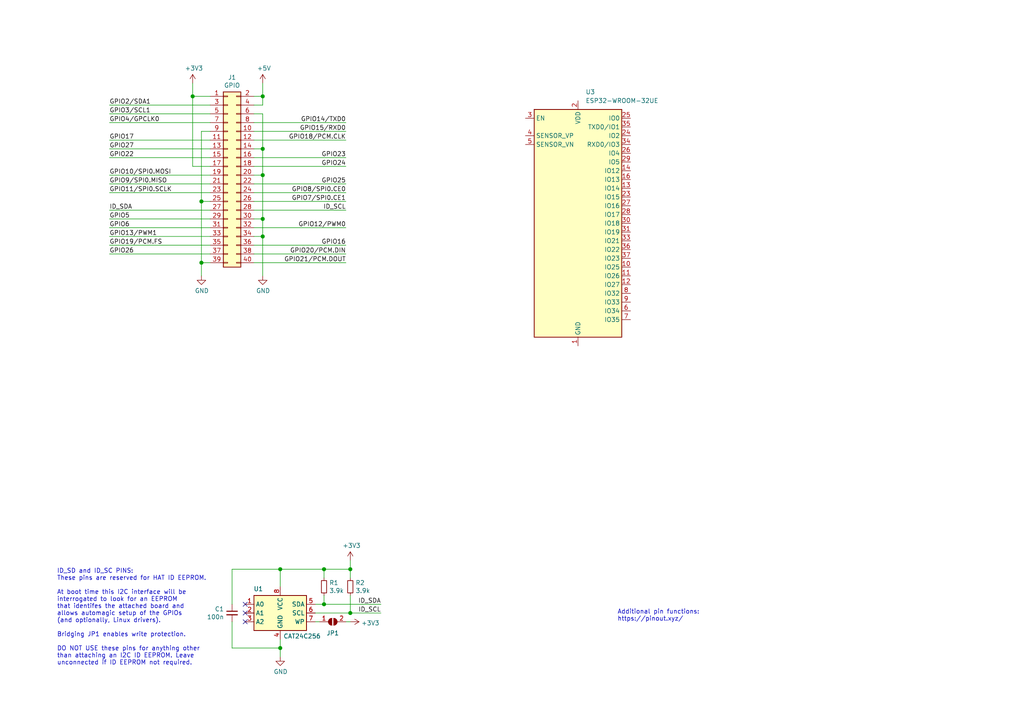
<source format=kicad_sch>
(kicad_sch
	(version 20231120)
	(generator "eeschema")
	(generator_version "8.0")
	(uuid "e63e39d7-6ac0-4ffd-8aa3-1841a4541b55")
	(paper "A4")
	(title_block
		(date "15 nov 2012")
	)
	(lib_symbols
		(symbol "Connector_Generic:Conn_02x20_Odd_Even"
			(pin_names
				(offset 1.016) hide)
			(exclude_from_sim no)
			(in_bom yes)
			(on_board yes)
			(property "Reference" "J"
				(at 1.27 25.4 0)
				(effects
					(font
						(size 1.27 1.27)
					)
				)
			)
			(property "Value" "Conn_02x20_Odd_Even"
				(at 1.27 -27.94 0)
				(effects
					(font
						(size 1.27 1.27)
					)
				)
			)
			(property "Footprint" ""
				(at 0 0 0)
				(effects
					(font
						(size 1.27 1.27)
					)
					(hide yes)
				)
			)
			(property "Datasheet" "~"
				(at 0 0 0)
				(effects
					(font
						(size 1.27 1.27)
					)
					(hide yes)
				)
			)
			(property "Description" "Generic connector, double row, 02x20, odd/even pin numbering scheme (row 1 odd numbers, row 2 even numbers), script generated (kicad-library-utils/schlib/autogen/connector/)"
				(at 0 0 0)
				(effects
					(font
						(size 1.27 1.27)
					)
					(hide yes)
				)
			)
			(property "ki_keywords" "connector"
				(at 0 0 0)
				(effects
					(font
						(size 1.27 1.27)
					)
					(hide yes)
				)
			)
			(property "ki_fp_filters" "Connector*:*_2x??_*"
				(at 0 0 0)
				(effects
					(font
						(size 1.27 1.27)
					)
					(hide yes)
				)
			)
			(symbol "Conn_02x20_Odd_Even_1_1"
				(rectangle
					(start -1.27 -25.273)
					(end 0 -25.527)
					(stroke
						(width 0.1524)
						(type default)
					)
					(fill
						(type none)
					)
				)
				(rectangle
					(start -1.27 -22.733)
					(end 0 -22.987)
					(stroke
						(width 0.1524)
						(type default)
					)
					(fill
						(type none)
					)
				)
				(rectangle
					(start -1.27 -20.193)
					(end 0 -20.447)
					(stroke
						(width 0.1524)
						(type default)
					)
					(fill
						(type none)
					)
				)
				(rectangle
					(start -1.27 -17.653)
					(end 0 -17.907)
					(stroke
						(width 0.1524)
						(type default)
					)
					(fill
						(type none)
					)
				)
				(rectangle
					(start -1.27 -15.113)
					(end 0 -15.367)
					(stroke
						(width 0.1524)
						(type default)
					)
					(fill
						(type none)
					)
				)
				(rectangle
					(start -1.27 -12.573)
					(end 0 -12.827)
					(stroke
						(width 0.1524)
						(type default)
					)
					(fill
						(type none)
					)
				)
				(rectangle
					(start -1.27 -10.033)
					(end 0 -10.287)
					(stroke
						(width 0.1524)
						(type default)
					)
					(fill
						(type none)
					)
				)
				(rectangle
					(start -1.27 -7.493)
					(end 0 -7.747)
					(stroke
						(width 0.1524)
						(type default)
					)
					(fill
						(type none)
					)
				)
				(rectangle
					(start -1.27 -4.953)
					(end 0 -5.207)
					(stroke
						(width 0.1524)
						(type default)
					)
					(fill
						(type none)
					)
				)
				(rectangle
					(start -1.27 -2.413)
					(end 0 -2.667)
					(stroke
						(width 0.1524)
						(type default)
					)
					(fill
						(type none)
					)
				)
				(rectangle
					(start -1.27 0.127)
					(end 0 -0.127)
					(stroke
						(width 0.1524)
						(type default)
					)
					(fill
						(type none)
					)
				)
				(rectangle
					(start -1.27 2.667)
					(end 0 2.413)
					(stroke
						(width 0.1524)
						(type default)
					)
					(fill
						(type none)
					)
				)
				(rectangle
					(start -1.27 5.207)
					(end 0 4.953)
					(stroke
						(width 0.1524)
						(type default)
					)
					(fill
						(type none)
					)
				)
				(rectangle
					(start -1.27 7.747)
					(end 0 7.493)
					(stroke
						(width 0.1524)
						(type default)
					)
					(fill
						(type none)
					)
				)
				(rectangle
					(start -1.27 10.287)
					(end 0 10.033)
					(stroke
						(width 0.1524)
						(type default)
					)
					(fill
						(type none)
					)
				)
				(rectangle
					(start -1.27 12.827)
					(end 0 12.573)
					(stroke
						(width 0.1524)
						(type default)
					)
					(fill
						(type none)
					)
				)
				(rectangle
					(start -1.27 15.367)
					(end 0 15.113)
					(stroke
						(width 0.1524)
						(type default)
					)
					(fill
						(type none)
					)
				)
				(rectangle
					(start -1.27 17.907)
					(end 0 17.653)
					(stroke
						(width 0.1524)
						(type default)
					)
					(fill
						(type none)
					)
				)
				(rectangle
					(start -1.27 20.447)
					(end 0 20.193)
					(stroke
						(width 0.1524)
						(type default)
					)
					(fill
						(type none)
					)
				)
				(rectangle
					(start -1.27 22.987)
					(end 0 22.733)
					(stroke
						(width 0.1524)
						(type default)
					)
					(fill
						(type none)
					)
				)
				(rectangle
					(start -1.27 24.13)
					(end 3.81 -26.67)
					(stroke
						(width 0.254)
						(type default)
					)
					(fill
						(type background)
					)
				)
				(rectangle
					(start 3.81 -25.273)
					(end 2.54 -25.527)
					(stroke
						(width 0.1524)
						(type default)
					)
					(fill
						(type none)
					)
				)
				(rectangle
					(start 3.81 -22.733)
					(end 2.54 -22.987)
					(stroke
						(width 0.1524)
						(type default)
					)
					(fill
						(type none)
					)
				)
				(rectangle
					(start 3.81 -20.193)
					(end 2.54 -20.447)
					(stroke
						(width 0.1524)
						(type default)
					)
					(fill
						(type none)
					)
				)
				(rectangle
					(start 3.81 -17.653)
					(end 2.54 -17.907)
					(stroke
						(width 0.1524)
						(type default)
					)
					(fill
						(type none)
					)
				)
				(rectangle
					(start 3.81 -15.113)
					(end 2.54 -15.367)
					(stroke
						(width 0.1524)
						(type default)
					)
					(fill
						(type none)
					)
				)
				(rectangle
					(start 3.81 -12.573)
					(end 2.54 -12.827)
					(stroke
						(width 0.1524)
						(type default)
					)
					(fill
						(type none)
					)
				)
				(rectangle
					(start 3.81 -10.033)
					(end 2.54 -10.287)
					(stroke
						(width 0.1524)
						(type default)
					)
					(fill
						(type none)
					)
				)
				(rectangle
					(start 3.81 -7.493)
					(end 2.54 -7.747)
					(stroke
						(width 0.1524)
						(type default)
					)
					(fill
						(type none)
					)
				)
				(rectangle
					(start 3.81 -4.953)
					(end 2.54 -5.207)
					(stroke
						(width 0.1524)
						(type default)
					)
					(fill
						(type none)
					)
				)
				(rectangle
					(start 3.81 -2.413)
					(end 2.54 -2.667)
					(stroke
						(width 0.1524)
						(type default)
					)
					(fill
						(type none)
					)
				)
				(rectangle
					(start 3.81 0.127)
					(end 2.54 -0.127)
					(stroke
						(width 0.1524)
						(type default)
					)
					(fill
						(type none)
					)
				)
				(rectangle
					(start 3.81 2.667)
					(end 2.54 2.413)
					(stroke
						(width 0.1524)
						(type default)
					)
					(fill
						(type none)
					)
				)
				(rectangle
					(start 3.81 5.207)
					(end 2.54 4.953)
					(stroke
						(width 0.1524)
						(type default)
					)
					(fill
						(type none)
					)
				)
				(rectangle
					(start 3.81 7.747)
					(end 2.54 7.493)
					(stroke
						(width 0.1524)
						(type default)
					)
					(fill
						(type none)
					)
				)
				(rectangle
					(start 3.81 10.287)
					(end 2.54 10.033)
					(stroke
						(width 0.1524)
						(type default)
					)
					(fill
						(type none)
					)
				)
				(rectangle
					(start 3.81 12.827)
					(end 2.54 12.573)
					(stroke
						(width 0.1524)
						(type default)
					)
					(fill
						(type none)
					)
				)
				(rectangle
					(start 3.81 15.367)
					(end 2.54 15.113)
					(stroke
						(width 0.1524)
						(type default)
					)
					(fill
						(type none)
					)
				)
				(rectangle
					(start 3.81 17.907)
					(end 2.54 17.653)
					(stroke
						(width 0.1524)
						(type default)
					)
					(fill
						(type none)
					)
				)
				(rectangle
					(start 3.81 20.447)
					(end 2.54 20.193)
					(stroke
						(width 0.1524)
						(type default)
					)
					(fill
						(type none)
					)
				)
				(rectangle
					(start 3.81 22.987)
					(end 2.54 22.733)
					(stroke
						(width 0.1524)
						(type default)
					)
					(fill
						(type none)
					)
				)
				(pin passive line
					(at -5.08 22.86 0)
					(length 3.81)
					(name "Pin_1"
						(effects
							(font
								(size 1.27 1.27)
							)
						)
					)
					(number "1"
						(effects
							(font
								(size 1.27 1.27)
							)
						)
					)
				)
				(pin passive line
					(at 7.62 12.7 180)
					(length 3.81)
					(name "Pin_10"
						(effects
							(font
								(size 1.27 1.27)
							)
						)
					)
					(number "10"
						(effects
							(font
								(size 1.27 1.27)
							)
						)
					)
				)
				(pin passive line
					(at -5.08 10.16 0)
					(length 3.81)
					(name "Pin_11"
						(effects
							(font
								(size 1.27 1.27)
							)
						)
					)
					(number "11"
						(effects
							(font
								(size 1.27 1.27)
							)
						)
					)
				)
				(pin passive line
					(at 7.62 10.16 180)
					(length 3.81)
					(name "Pin_12"
						(effects
							(font
								(size 1.27 1.27)
							)
						)
					)
					(number "12"
						(effects
							(font
								(size 1.27 1.27)
							)
						)
					)
				)
				(pin passive line
					(at -5.08 7.62 0)
					(length 3.81)
					(name "Pin_13"
						(effects
							(font
								(size 1.27 1.27)
							)
						)
					)
					(number "13"
						(effects
							(font
								(size 1.27 1.27)
							)
						)
					)
				)
				(pin passive line
					(at 7.62 7.62 180)
					(length 3.81)
					(name "Pin_14"
						(effects
							(font
								(size 1.27 1.27)
							)
						)
					)
					(number "14"
						(effects
							(font
								(size 1.27 1.27)
							)
						)
					)
				)
				(pin passive line
					(at -5.08 5.08 0)
					(length 3.81)
					(name "Pin_15"
						(effects
							(font
								(size 1.27 1.27)
							)
						)
					)
					(number "15"
						(effects
							(font
								(size 1.27 1.27)
							)
						)
					)
				)
				(pin passive line
					(at 7.62 5.08 180)
					(length 3.81)
					(name "Pin_16"
						(effects
							(font
								(size 1.27 1.27)
							)
						)
					)
					(number "16"
						(effects
							(font
								(size 1.27 1.27)
							)
						)
					)
				)
				(pin passive line
					(at -5.08 2.54 0)
					(length 3.81)
					(name "Pin_17"
						(effects
							(font
								(size 1.27 1.27)
							)
						)
					)
					(number "17"
						(effects
							(font
								(size 1.27 1.27)
							)
						)
					)
				)
				(pin passive line
					(at 7.62 2.54 180)
					(length 3.81)
					(name "Pin_18"
						(effects
							(font
								(size 1.27 1.27)
							)
						)
					)
					(number "18"
						(effects
							(font
								(size 1.27 1.27)
							)
						)
					)
				)
				(pin passive line
					(at -5.08 0 0)
					(length 3.81)
					(name "Pin_19"
						(effects
							(font
								(size 1.27 1.27)
							)
						)
					)
					(number "19"
						(effects
							(font
								(size 1.27 1.27)
							)
						)
					)
				)
				(pin passive line
					(at 7.62 22.86 180)
					(length 3.81)
					(name "Pin_2"
						(effects
							(font
								(size 1.27 1.27)
							)
						)
					)
					(number "2"
						(effects
							(font
								(size 1.27 1.27)
							)
						)
					)
				)
				(pin passive line
					(at 7.62 0 180)
					(length 3.81)
					(name "Pin_20"
						(effects
							(font
								(size 1.27 1.27)
							)
						)
					)
					(number "20"
						(effects
							(font
								(size 1.27 1.27)
							)
						)
					)
				)
				(pin passive line
					(at -5.08 -2.54 0)
					(length 3.81)
					(name "Pin_21"
						(effects
							(font
								(size 1.27 1.27)
							)
						)
					)
					(number "21"
						(effects
							(font
								(size 1.27 1.27)
							)
						)
					)
				)
				(pin passive line
					(at 7.62 -2.54 180)
					(length 3.81)
					(name "Pin_22"
						(effects
							(font
								(size 1.27 1.27)
							)
						)
					)
					(number "22"
						(effects
							(font
								(size 1.27 1.27)
							)
						)
					)
				)
				(pin passive line
					(at -5.08 -5.08 0)
					(length 3.81)
					(name "Pin_23"
						(effects
							(font
								(size 1.27 1.27)
							)
						)
					)
					(number "23"
						(effects
							(font
								(size 1.27 1.27)
							)
						)
					)
				)
				(pin passive line
					(at 7.62 -5.08 180)
					(length 3.81)
					(name "Pin_24"
						(effects
							(font
								(size 1.27 1.27)
							)
						)
					)
					(number "24"
						(effects
							(font
								(size 1.27 1.27)
							)
						)
					)
				)
				(pin passive line
					(at -5.08 -7.62 0)
					(length 3.81)
					(name "Pin_25"
						(effects
							(font
								(size 1.27 1.27)
							)
						)
					)
					(number "25"
						(effects
							(font
								(size 1.27 1.27)
							)
						)
					)
				)
				(pin passive line
					(at 7.62 -7.62 180)
					(length 3.81)
					(name "Pin_26"
						(effects
							(font
								(size 1.27 1.27)
							)
						)
					)
					(number "26"
						(effects
							(font
								(size 1.27 1.27)
							)
						)
					)
				)
				(pin passive line
					(at -5.08 -10.16 0)
					(length 3.81)
					(name "Pin_27"
						(effects
							(font
								(size 1.27 1.27)
							)
						)
					)
					(number "27"
						(effects
							(font
								(size 1.27 1.27)
							)
						)
					)
				)
				(pin passive line
					(at 7.62 -10.16 180)
					(length 3.81)
					(name "Pin_28"
						(effects
							(font
								(size 1.27 1.27)
							)
						)
					)
					(number "28"
						(effects
							(font
								(size 1.27 1.27)
							)
						)
					)
				)
				(pin passive line
					(at -5.08 -12.7 0)
					(length 3.81)
					(name "Pin_29"
						(effects
							(font
								(size 1.27 1.27)
							)
						)
					)
					(number "29"
						(effects
							(font
								(size 1.27 1.27)
							)
						)
					)
				)
				(pin passive line
					(at -5.08 20.32 0)
					(length 3.81)
					(name "Pin_3"
						(effects
							(font
								(size 1.27 1.27)
							)
						)
					)
					(number "3"
						(effects
							(font
								(size 1.27 1.27)
							)
						)
					)
				)
				(pin passive line
					(at 7.62 -12.7 180)
					(length 3.81)
					(name "Pin_30"
						(effects
							(font
								(size 1.27 1.27)
							)
						)
					)
					(number "30"
						(effects
							(font
								(size 1.27 1.27)
							)
						)
					)
				)
				(pin passive line
					(at -5.08 -15.24 0)
					(length 3.81)
					(name "Pin_31"
						(effects
							(font
								(size 1.27 1.27)
							)
						)
					)
					(number "31"
						(effects
							(font
								(size 1.27 1.27)
							)
						)
					)
				)
				(pin passive line
					(at 7.62 -15.24 180)
					(length 3.81)
					(name "Pin_32"
						(effects
							(font
								(size 1.27 1.27)
							)
						)
					)
					(number "32"
						(effects
							(font
								(size 1.27 1.27)
							)
						)
					)
				)
				(pin passive line
					(at -5.08 -17.78 0)
					(length 3.81)
					(name "Pin_33"
						(effects
							(font
								(size 1.27 1.27)
							)
						)
					)
					(number "33"
						(effects
							(font
								(size 1.27 1.27)
							)
						)
					)
				)
				(pin passive line
					(at 7.62 -17.78 180)
					(length 3.81)
					(name "Pin_34"
						(effects
							(font
								(size 1.27 1.27)
							)
						)
					)
					(number "34"
						(effects
							(font
								(size 1.27 1.27)
							)
						)
					)
				)
				(pin passive line
					(at -5.08 -20.32 0)
					(length 3.81)
					(name "Pin_35"
						(effects
							(font
								(size 1.27 1.27)
							)
						)
					)
					(number "35"
						(effects
							(font
								(size 1.27 1.27)
							)
						)
					)
				)
				(pin passive line
					(at 7.62 -20.32 180)
					(length 3.81)
					(name "Pin_36"
						(effects
							(font
								(size 1.27 1.27)
							)
						)
					)
					(number "36"
						(effects
							(font
								(size 1.27 1.27)
							)
						)
					)
				)
				(pin passive line
					(at -5.08 -22.86 0)
					(length 3.81)
					(name "Pin_37"
						(effects
							(font
								(size 1.27 1.27)
							)
						)
					)
					(number "37"
						(effects
							(font
								(size 1.27 1.27)
							)
						)
					)
				)
				(pin passive line
					(at 7.62 -22.86 180)
					(length 3.81)
					(name "Pin_38"
						(effects
							(font
								(size 1.27 1.27)
							)
						)
					)
					(number "38"
						(effects
							(font
								(size 1.27 1.27)
							)
						)
					)
				)
				(pin passive line
					(at -5.08 -25.4 0)
					(length 3.81)
					(name "Pin_39"
						(effects
							(font
								(size 1.27 1.27)
							)
						)
					)
					(number "39"
						(effects
							(font
								(size 1.27 1.27)
							)
						)
					)
				)
				(pin passive line
					(at 7.62 20.32 180)
					(length 3.81)
					(name "Pin_4"
						(effects
							(font
								(size 1.27 1.27)
							)
						)
					)
					(number "4"
						(effects
							(font
								(size 1.27 1.27)
							)
						)
					)
				)
				(pin passive line
					(at 7.62 -25.4 180)
					(length 3.81)
					(name "Pin_40"
						(effects
							(font
								(size 1.27 1.27)
							)
						)
					)
					(number "40"
						(effects
							(font
								(size 1.27 1.27)
							)
						)
					)
				)
				(pin passive line
					(at -5.08 17.78 0)
					(length 3.81)
					(name "Pin_5"
						(effects
							(font
								(size 1.27 1.27)
							)
						)
					)
					(number "5"
						(effects
							(font
								(size 1.27 1.27)
							)
						)
					)
				)
				(pin passive line
					(at 7.62 17.78 180)
					(length 3.81)
					(name "Pin_6"
						(effects
							(font
								(size 1.27 1.27)
							)
						)
					)
					(number "6"
						(effects
							(font
								(size 1.27 1.27)
							)
						)
					)
				)
				(pin passive line
					(at -5.08 15.24 0)
					(length 3.81)
					(name "Pin_7"
						(effects
							(font
								(size 1.27 1.27)
							)
						)
					)
					(number "7"
						(effects
							(font
								(size 1.27 1.27)
							)
						)
					)
				)
				(pin passive line
					(at 7.62 15.24 180)
					(length 3.81)
					(name "Pin_8"
						(effects
							(font
								(size 1.27 1.27)
							)
						)
					)
					(number "8"
						(effects
							(font
								(size 1.27 1.27)
							)
						)
					)
				)
				(pin passive line
					(at -5.08 12.7 0)
					(length 3.81)
					(name "Pin_9"
						(effects
							(font
								(size 1.27 1.27)
							)
						)
					)
					(number "9"
						(effects
							(font
								(size 1.27 1.27)
							)
						)
					)
				)
			)
		)
		(symbol "Device:C_Small"
			(pin_numbers hide)
			(pin_names
				(offset 0.254) hide)
			(exclude_from_sim no)
			(in_bom yes)
			(on_board yes)
			(property "Reference" "C"
				(at 0.254 1.778 0)
				(effects
					(font
						(size 1.27 1.27)
					)
					(justify left)
				)
			)
			(property "Value" "C_Small"
				(at 0.254 -2.032 0)
				(effects
					(font
						(size 1.27 1.27)
					)
					(justify left)
				)
			)
			(property "Footprint" ""
				(at 0 0 0)
				(effects
					(font
						(size 1.27 1.27)
					)
					(hide yes)
				)
			)
			(property "Datasheet" "~"
				(at 0 0 0)
				(effects
					(font
						(size 1.27 1.27)
					)
					(hide yes)
				)
			)
			(property "Description" "Unpolarized capacitor, small symbol"
				(at 0 0 0)
				(effects
					(font
						(size 1.27 1.27)
					)
					(hide yes)
				)
			)
			(property "ki_keywords" "capacitor cap"
				(at 0 0 0)
				(effects
					(font
						(size 1.27 1.27)
					)
					(hide yes)
				)
			)
			(property "ki_fp_filters" "C_*"
				(at 0 0 0)
				(effects
					(font
						(size 1.27 1.27)
					)
					(hide yes)
				)
			)
			(symbol "C_Small_0_1"
				(polyline
					(pts
						(xy -1.524 -0.508) (xy 1.524 -0.508)
					)
					(stroke
						(width 0.3302)
						(type default)
					)
					(fill
						(type none)
					)
				)
				(polyline
					(pts
						(xy -1.524 0.508) (xy 1.524 0.508)
					)
					(stroke
						(width 0.3048)
						(type default)
					)
					(fill
						(type none)
					)
				)
			)
			(symbol "C_Small_1_1"
				(pin passive line
					(at 0 2.54 270)
					(length 2.032)
					(name "~"
						(effects
							(font
								(size 1.27 1.27)
							)
						)
					)
					(number "1"
						(effects
							(font
								(size 1.27 1.27)
							)
						)
					)
				)
				(pin passive line
					(at 0 -2.54 90)
					(length 2.032)
					(name "~"
						(effects
							(font
								(size 1.27 1.27)
							)
						)
					)
					(number "2"
						(effects
							(font
								(size 1.27 1.27)
							)
						)
					)
				)
			)
		)
		(symbol "Device:R_Small"
			(pin_numbers hide)
			(pin_names
				(offset 0.254) hide)
			(exclude_from_sim no)
			(in_bom yes)
			(on_board yes)
			(property "Reference" "R"
				(at 0.762 0.508 0)
				(effects
					(font
						(size 1.27 1.27)
					)
					(justify left)
				)
			)
			(property "Value" "R_Small"
				(at 0.762 -1.016 0)
				(effects
					(font
						(size 1.27 1.27)
					)
					(justify left)
				)
			)
			(property "Footprint" ""
				(at 0 0 0)
				(effects
					(font
						(size 1.27 1.27)
					)
					(hide yes)
				)
			)
			(property "Datasheet" "~"
				(at 0 0 0)
				(effects
					(font
						(size 1.27 1.27)
					)
					(hide yes)
				)
			)
			(property "Description" "Resistor, small symbol"
				(at 0 0 0)
				(effects
					(font
						(size 1.27 1.27)
					)
					(hide yes)
				)
			)
			(property "ki_keywords" "R resistor"
				(at 0 0 0)
				(effects
					(font
						(size 1.27 1.27)
					)
					(hide yes)
				)
			)
			(property "ki_fp_filters" "R_*"
				(at 0 0 0)
				(effects
					(font
						(size 1.27 1.27)
					)
					(hide yes)
				)
			)
			(symbol "R_Small_0_1"
				(rectangle
					(start -0.762 1.778)
					(end 0.762 -1.778)
					(stroke
						(width 0.2032)
						(type default)
					)
					(fill
						(type none)
					)
				)
			)
			(symbol "R_Small_1_1"
				(pin passive line
					(at 0 2.54 270)
					(length 0.762)
					(name "~"
						(effects
							(font
								(size 1.27 1.27)
							)
						)
					)
					(number "1"
						(effects
							(font
								(size 1.27 1.27)
							)
						)
					)
				)
				(pin passive line
					(at 0 -2.54 90)
					(length 0.762)
					(name "~"
						(effects
							(font
								(size 1.27 1.27)
							)
						)
					)
					(number "2"
						(effects
							(font
								(size 1.27 1.27)
							)
						)
					)
				)
			)
		)
		(symbol "Jumper:SolderJumper_2_Open"
			(pin_names
				(offset 0) hide)
			(exclude_from_sim no)
			(in_bom yes)
			(on_board yes)
			(property "Reference" "JP"
				(at 0 2.032 0)
				(effects
					(font
						(size 1.27 1.27)
					)
				)
			)
			(property "Value" "SolderJumper_2_Open"
				(at 0 -2.54 0)
				(effects
					(font
						(size 1.27 1.27)
					)
				)
			)
			(property "Footprint" ""
				(at 0 0 0)
				(effects
					(font
						(size 1.27 1.27)
					)
					(hide yes)
				)
			)
			(property "Datasheet" "~"
				(at 0 0 0)
				(effects
					(font
						(size 1.27 1.27)
					)
					(hide yes)
				)
			)
			(property "Description" "Solder Jumper, 2-pole, open"
				(at 0 0 0)
				(effects
					(font
						(size 1.27 1.27)
					)
					(hide yes)
				)
			)
			(property "ki_keywords" "solder jumper SPST"
				(at 0 0 0)
				(effects
					(font
						(size 1.27 1.27)
					)
					(hide yes)
				)
			)
			(property "ki_fp_filters" "SolderJumper*Open*"
				(at 0 0 0)
				(effects
					(font
						(size 1.27 1.27)
					)
					(hide yes)
				)
			)
			(symbol "SolderJumper_2_Open_0_1"
				(arc
					(start -0.254 1.016)
					(mid -1.2656 0)
					(end -0.254 -1.016)
					(stroke
						(width 0)
						(type default)
					)
					(fill
						(type none)
					)
				)
				(arc
					(start -0.254 1.016)
					(mid -1.2656 0)
					(end -0.254 -1.016)
					(stroke
						(width 0)
						(type default)
					)
					(fill
						(type outline)
					)
				)
				(polyline
					(pts
						(xy -0.254 1.016) (xy -0.254 -1.016)
					)
					(stroke
						(width 0)
						(type default)
					)
					(fill
						(type none)
					)
				)
				(polyline
					(pts
						(xy 0.254 1.016) (xy 0.254 -1.016)
					)
					(stroke
						(width 0)
						(type default)
					)
					(fill
						(type none)
					)
				)
				(arc
					(start 0.254 -1.016)
					(mid 1.2656 0)
					(end 0.254 1.016)
					(stroke
						(width 0)
						(type default)
					)
					(fill
						(type none)
					)
				)
				(arc
					(start 0.254 -1.016)
					(mid 1.2656 0)
					(end 0.254 1.016)
					(stroke
						(width 0)
						(type default)
					)
					(fill
						(type outline)
					)
				)
			)
			(symbol "SolderJumper_2_Open_1_1"
				(pin passive line
					(at -3.81 0 0)
					(length 2.54)
					(name "A"
						(effects
							(font
								(size 1.27 1.27)
							)
						)
					)
					(number "1"
						(effects
							(font
								(size 1.27 1.27)
							)
						)
					)
				)
				(pin passive line
					(at 3.81 0 180)
					(length 2.54)
					(name "B"
						(effects
							(font
								(size 1.27 1.27)
							)
						)
					)
					(number "2"
						(effects
							(font
								(size 1.27 1.27)
							)
						)
					)
				)
			)
		)
		(symbol "Memory_EEPROM:CAT24C256"
			(exclude_from_sim no)
			(in_bom yes)
			(on_board yes)
			(property "Reference" "U"
				(at -6.35 6.35 0)
				(effects
					(font
						(size 1.27 1.27)
					)
				)
			)
			(property "Value" "CAT24C256"
				(at 1.27 6.35 0)
				(effects
					(font
						(size 1.27 1.27)
					)
					(justify left)
				)
			)
			(property "Footprint" ""
				(at 0 0 0)
				(effects
					(font
						(size 1.27 1.27)
					)
					(hide yes)
				)
			)
			(property "Datasheet" "https://www.onsemi.cn/PowerSolutions/document/CAT24C256-D.PDF"
				(at 0 0 0)
				(effects
					(font
						(size 1.27 1.27)
					)
					(hide yes)
				)
			)
			(property "Description" "256 kb CMOS Serial EEPROM, DIP-8/SOIC-8/TSSOP-8/DFN-8"
				(at 0 0 0)
				(effects
					(font
						(size 1.27 1.27)
					)
					(hide yes)
				)
			)
			(property "ki_keywords" "I2C EEPROM Serial 256kb"
				(at 0 0 0)
				(effects
					(font
						(size 1.27 1.27)
					)
					(hide yes)
				)
			)
			(property "ki_fp_filters" "DIP*W7.62mm* SOIC*3.9x4.9mm* TSSOP*4.4x3mm*P0.65mm* DFN*3x2mm*P0.5mm*"
				(at 0 0 0)
				(effects
					(font
						(size 1.27 1.27)
					)
					(hide yes)
				)
			)
			(symbol "CAT24C256_1_1"
				(rectangle
					(start -7.62 5.08)
					(end 7.62 -5.08)
					(stroke
						(width 0.254)
						(type default)
					)
					(fill
						(type background)
					)
				)
				(pin input line
					(at -10.16 2.54 0)
					(length 2.54)
					(name "A0"
						(effects
							(font
								(size 1.27 1.27)
							)
						)
					)
					(number "1"
						(effects
							(font
								(size 1.27 1.27)
							)
						)
					)
				)
				(pin input line
					(at -10.16 0 0)
					(length 2.54)
					(name "A1"
						(effects
							(font
								(size 1.27 1.27)
							)
						)
					)
					(number "2"
						(effects
							(font
								(size 1.27 1.27)
							)
						)
					)
				)
				(pin input line
					(at -10.16 -2.54 0)
					(length 2.54)
					(name "A2"
						(effects
							(font
								(size 1.27 1.27)
							)
						)
					)
					(number "3"
						(effects
							(font
								(size 1.27 1.27)
							)
						)
					)
				)
				(pin power_in line
					(at 0 -7.62 90)
					(length 2.54)
					(name "GND"
						(effects
							(font
								(size 1.27 1.27)
							)
						)
					)
					(number "4"
						(effects
							(font
								(size 1.27 1.27)
							)
						)
					)
				)
				(pin bidirectional line
					(at 10.16 2.54 180)
					(length 2.54)
					(name "SDA"
						(effects
							(font
								(size 1.27 1.27)
							)
						)
					)
					(number "5"
						(effects
							(font
								(size 1.27 1.27)
							)
						)
					)
				)
				(pin input line
					(at 10.16 0 180)
					(length 2.54)
					(name "SCL"
						(effects
							(font
								(size 1.27 1.27)
							)
						)
					)
					(number "6"
						(effects
							(font
								(size 1.27 1.27)
							)
						)
					)
				)
				(pin input line
					(at 10.16 -2.54 180)
					(length 2.54)
					(name "WP"
						(effects
							(font
								(size 1.27 1.27)
							)
						)
					)
					(number "7"
						(effects
							(font
								(size 1.27 1.27)
							)
						)
					)
				)
				(pin power_in line
					(at 0 7.62 270)
					(length 2.54)
					(name "VCC"
						(effects
							(font
								(size 1.27 1.27)
							)
						)
					)
					(number "8"
						(effects
							(font
								(size 1.27 1.27)
							)
						)
					)
				)
			)
		)
		(symbol "RF_Module:ESP32-WROOM-32UE"
			(exclude_from_sim no)
			(in_bom yes)
			(on_board yes)
			(property "Reference" "U"
				(at -12.7 34.29 0)
				(effects
					(font
						(size 1.27 1.27)
					)
					(justify left)
				)
			)
			(property "Value" "ESP32-WROOM-32UE"
				(at 1.27 34.29 0)
				(effects
					(font
						(size 1.27 1.27)
					)
					(justify left)
				)
			)
			(property "Footprint" "RF_Module:ESP32-WROOM-32UE"
				(at 16.51 -34.29 0)
				(effects
					(font
						(size 1.27 1.27)
					)
					(hide yes)
				)
			)
			(property "Datasheet" "https://www.espressif.com/sites/default/files/documentation/esp32-wroom-32e_esp32-wroom-32ue_datasheet_en.pdf"
				(at 0 0 0)
				(effects
					(font
						(size 1.27 1.27)
					)
					(hide yes)
				)
			)
			(property "Description" "RF Module, ESP32-D0WD-V3 SoC, without PSRAM, Wi-Fi 802.11b/g/n, Bluetooth, BLE, 32-bit, 2.7-3.6V, external antenna, SMD"
				(at 0 0 0)
				(effects
					(font
						(size 1.27 1.27)
					)
					(hide yes)
				)
			)
			(property "ki_keywords" "RF Radio BT ESP ESP32 Espressif external U.FL antenna"
				(at 0 0 0)
				(effects
					(font
						(size 1.27 1.27)
					)
					(hide yes)
				)
			)
			(property "ki_fp_filters" "ESP32?WROOM?32UE*"
				(at 0 0 0)
				(effects
					(font
						(size 1.27 1.27)
					)
					(hide yes)
				)
			)
			(symbol "ESP32-WROOM-32UE_0_1"
				(rectangle
					(start -12.7 33.02)
					(end 12.7 -33.02)
					(stroke
						(width 0.254)
						(type default)
					)
					(fill
						(type background)
					)
				)
			)
			(symbol "ESP32-WROOM-32UE_1_1"
				(pin power_in line
					(at 0 -35.56 90)
					(length 2.54)
					(name "GND"
						(effects
							(font
								(size 1.27 1.27)
							)
						)
					)
					(number "1"
						(effects
							(font
								(size 1.27 1.27)
							)
						)
					)
				)
				(pin bidirectional line
					(at 15.24 -12.7 180)
					(length 2.54)
					(name "IO25"
						(effects
							(font
								(size 1.27 1.27)
							)
						)
					)
					(number "10"
						(effects
							(font
								(size 1.27 1.27)
							)
						)
					)
				)
				(pin bidirectional line
					(at 15.24 -15.24 180)
					(length 2.54)
					(name "IO26"
						(effects
							(font
								(size 1.27 1.27)
							)
						)
					)
					(number "11"
						(effects
							(font
								(size 1.27 1.27)
							)
						)
					)
				)
				(pin bidirectional line
					(at 15.24 -17.78 180)
					(length 2.54)
					(name "IO27"
						(effects
							(font
								(size 1.27 1.27)
							)
						)
					)
					(number "12"
						(effects
							(font
								(size 1.27 1.27)
							)
						)
					)
				)
				(pin bidirectional line
					(at 15.24 10.16 180)
					(length 2.54)
					(name "IO14"
						(effects
							(font
								(size 1.27 1.27)
							)
						)
					)
					(number "13"
						(effects
							(font
								(size 1.27 1.27)
							)
						)
					)
				)
				(pin bidirectional line
					(at 15.24 15.24 180)
					(length 2.54)
					(name "IO12"
						(effects
							(font
								(size 1.27 1.27)
							)
						)
					)
					(number "14"
						(effects
							(font
								(size 1.27 1.27)
							)
						)
					)
				)
				(pin passive line
					(at 0 -35.56 90)
					(length 2.54) hide
					(name "GND"
						(effects
							(font
								(size 1.27 1.27)
							)
						)
					)
					(number "15"
						(effects
							(font
								(size 1.27 1.27)
							)
						)
					)
				)
				(pin bidirectional line
					(at 15.24 12.7 180)
					(length 2.54)
					(name "IO13"
						(effects
							(font
								(size 1.27 1.27)
							)
						)
					)
					(number "16"
						(effects
							(font
								(size 1.27 1.27)
							)
						)
					)
				)
				(pin no_connect line
					(at -12.7 -5.08 0)
					(length 2.54) hide
					(name "NC"
						(effects
							(font
								(size 1.27 1.27)
							)
						)
					)
					(number "17"
						(effects
							(font
								(size 1.27 1.27)
							)
						)
					)
				)
				(pin no_connect line
					(at -12.7 -7.62 0)
					(length 2.54) hide
					(name "NC"
						(effects
							(font
								(size 1.27 1.27)
							)
						)
					)
					(number "18"
						(effects
							(font
								(size 1.27 1.27)
							)
						)
					)
				)
				(pin no_connect line
					(at -12.7 -12.7 0)
					(length 2.54) hide
					(name "NC"
						(effects
							(font
								(size 1.27 1.27)
							)
						)
					)
					(number "19"
						(effects
							(font
								(size 1.27 1.27)
							)
						)
					)
				)
				(pin power_in line
					(at 0 35.56 270)
					(length 2.54)
					(name "VDD"
						(effects
							(font
								(size 1.27 1.27)
							)
						)
					)
					(number "2"
						(effects
							(font
								(size 1.27 1.27)
							)
						)
					)
				)
				(pin no_connect line
					(at -12.7 -10.16 0)
					(length 2.54) hide
					(name "NC"
						(effects
							(font
								(size 1.27 1.27)
							)
						)
					)
					(number "20"
						(effects
							(font
								(size 1.27 1.27)
							)
						)
					)
				)
				(pin no_connect line
					(at -12.7 0 0)
					(length 2.54) hide
					(name "NC"
						(effects
							(font
								(size 1.27 1.27)
							)
						)
					)
					(number "21"
						(effects
							(font
								(size 1.27 1.27)
							)
						)
					)
				)
				(pin no_connect line
					(at -12.7 -2.54 0)
					(length 2.54) hide
					(name "NC"
						(effects
							(font
								(size 1.27 1.27)
							)
						)
					)
					(number "22"
						(effects
							(font
								(size 1.27 1.27)
							)
						)
					)
				)
				(pin bidirectional line
					(at 15.24 7.62 180)
					(length 2.54)
					(name "IO15"
						(effects
							(font
								(size 1.27 1.27)
							)
						)
					)
					(number "23"
						(effects
							(font
								(size 1.27 1.27)
							)
						)
					)
				)
				(pin bidirectional line
					(at 15.24 25.4 180)
					(length 2.54)
					(name "IO2"
						(effects
							(font
								(size 1.27 1.27)
							)
						)
					)
					(number "24"
						(effects
							(font
								(size 1.27 1.27)
							)
						)
					)
				)
				(pin bidirectional line
					(at 15.24 30.48 180)
					(length 2.54)
					(name "IO0"
						(effects
							(font
								(size 1.27 1.27)
							)
						)
					)
					(number "25"
						(effects
							(font
								(size 1.27 1.27)
							)
						)
					)
				)
				(pin bidirectional line
					(at 15.24 20.32 180)
					(length 2.54)
					(name "IO4"
						(effects
							(font
								(size 1.27 1.27)
							)
						)
					)
					(number "26"
						(effects
							(font
								(size 1.27 1.27)
							)
						)
					)
				)
				(pin bidirectional line
					(at 15.24 5.08 180)
					(length 2.54)
					(name "IO16"
						(effects
							(font
								(size 1.27 1.27)
							)
						)
					)
					(number "27"
						(effects
							(font
								(size 1.27 1.27)
							)
						)
					)
				)
				(pin bidirectional line
					(at 15.24 2.54 180)
					(length 2.54)
					(name "IO17"
						(effects
							(font
								(size 1.27 1.27)
							)
						)
					)
					(number "28"
						(effects
							(font
								(size 1.27 1.27)
							)
						)
					)
				)
				(pin bidirectional line
					(at 15.24 17.78 180)
					(length 2.54)
					(name "IO5"
						(effects
							(font
								(size 1.27 1.27)
							)
						)
					)
					(number "29"
						(effects
							(font
								(size 1.27 1.27)
							)
						)
					)
				)
				(pin input line
					(at -15.24 30.48 0)
					(length 2.54)
					(name "EN"
						(effects
							(font
								(size 1.27 1.27)
							)
						)
					)
					(number "3"
						(effects
							(font
								(size 1.27 1.27)
							)
						)
					)
				)
				(pin bidirectional line
					(at 15.24 0 180)
					(length 2.54)
					(name "IO18"
						(effects
							(font
								(size 1.27 1.27)
							)
						)
					)
					(number "30"
						(effects
							(font
								(size 1.27 1.27)
							)
						)
					)
				)
				(pin bidirectional line
					(at 15.24 -2.54 180)
					(length 2.54)
					(name "IO19"
						(effects
							(font
								(size 1.27 1.27)
							)
						)
					)
					(number "31"
						(effects
							(font
								(size 1.27 1.27)
							)
						)
					)
				)
				(pin no_connect line
					(at -12.7 -27.94 0)
					(length 2.54) hide
					(name "NC"
						(effects
							(font
								(size 1.27 1.27)
							)
						)
					)
					(number "32"
						(effects
							(font
								(size 1.27 1.27)
							)
						)
					)
				)
				(pin bidirectional line
					(at 15.24 -5.08 180)
					(length 2.54)
					(name "IO21"
						(effects
							(font
								(size 1.27 1.27)
							)
						)
					)
					(number "33"
						(effects
							(font
								(size 1.27 1.27)
							)
						)
					)
				)
				(pin bidirectional line
					(at 15.24 22.86 180)
					(length 2.54)
					(name "RXD0/IO3"
						(effects
							(font
								(size 1.27 1.27)
							)
						)
					)
					(number "34"
						(effects
							(font
								(size 1.27 1.27)
							)
						)
					)
				)
				(pin bidirectional line
					(at 15.24 27.94 180)
					(length 2.54)
					(name "TXD0/IO1"
						(effects
							(font
								(size 1.27 1.27)
							)
						)
					)
					(number "35"
						(effects
							(font
								(size 1.27 1.27)
							)
						)
					)
				)
				(pin bidirectional line
					(at 15.24 -7.62 180)
					(length 2.54)
					(name "IO22"
						(effects
							(font
								(size 1.27 1.27)
							)
						)
					)
					(number "36"
						(effects
							(font
								(size 1.27 1.27)
							)
						)
					)
				)
				(pin bidirectional line
					(at 15.24 -10.16 180)
					(length 2.54)
					(name "IO23"
						(effects
							(font
								(size 1.27 1.27)
							)
						)
					)
					(number "37"
						(effects
							(font
								(size 1.27 1.27)
							)
						)
					)
				)
				(pin passive line
					(at 0 -35.56 90)
					(length 2.54) hide
					(name "GND"
						(effects
							(font
								(size 1.27 1.27)
							)
						)
					)
					(number "38"
						(effects
							(font
								(size 1.27 1.27)
							)
						)
					)
				)
				(pin passive line
					(at 0 -35.56 90)
					(length 2.54) hide
					(name "GND"
						(effects
							(font
								(size 1.27 1.27)
							)
						)
					)
					(number "39"
						(effects
							(font
								(size 1.27 1.27)
							)
						)
					)
				)
				(pin input line
					(at -15.24 25.4 0)
					(length 2.54)
					(name "SENSOR_VP"
						(effects
							(font
								(size 1.27 1.27)
							)
						)
					)
					(number "4"
						(effects
							(font
								(size 1.27 1.27)
							)
						)
					)
				)
				(pin input line
					(at -15.24 22.86 0)
					(length 2.54)
					(name "SENSOR_VN"
						(effects
							(font
								(size 1.27 1.27)
							)
						)
					)
					(number "5"
						(effects
							(font
								(size 1.27 1.27)
							)
						)
					)
				)
				(pin input line
					(at 15.24 -25.4 180)
					(length 2.54)
					(name "IO34"
						(effects
							(font
								(size 1.27 1.27)
							)
						)
					)
					(number "6"
						(effects
							(font
								(size 1.27 1.27)
							)
						)
					)
				)
				(pin input line
					(at 15.24 -27.94 180)
					(length 2.54)
					(name "IO35"
						(effects
							(font
								(size 1.27 1.27)
							)
						)
					)
					(number "7"
						(effects
							(font
								(size 1.27 1.27)
							)
						)
					)
				)
				(pin bidirectional line
					(at 15.24 -20.32 180)
					(length 2.54)
					(name "IO32"
						(effects
							(font
								(size 1.27 1.27)
							)
						)
					)
					(number "8"
						(effects
							(font
								(size 1.27 1.27)
							)
						)
					)
				)
				(pin bidirectional line
					(at 15.24 -22.86 180)
					(length 2.54)
					(name "IO33"
						(effects
							(font
								(size 1.27 1.27)
							)
						)
					)
					(number "9"
						(effects
							(font
								(size 1.27 1.27)
							)
						)
					)
				)
			)
		)
		(symbol "power:+3.3V"
			(power)
			(pin_names
				(offset 0)
			)
			(exclude_from_sim no)
			(in_bom yes)
			(on_board yes)
			(property "Reference" "#PWR"
				(at 0 -3.81 0)
				(effects
					(font
						(size 1.27 1.27)
					)
					(hide yes)
				)
			)
			(property "Value" "+3.3V"
				(at 0 3.556 0)
				(effects
					(font
						(size 1.27 1.27)
					)
				)
			)
			(property "Footprint" ""
				(at 0 0 0)
				(effects
					(font
						(size 1.27 1.27)
					)
					(hide yes)
				)
			)
			(property "Datasheet" ""
				(at 0 0 0)
				(effects
					(font
						(size 1.27 1.27)
					)
					(hide yes)
				)
			)
			(property "Description" "Power symbol creates a global label with name \"+3.3V\""
				(at 0 0 0)
				(effects
					(font
						(size 1.27 1.27)
					)
					(hide yes)
				)
			)
			(property "ki_keywords" "power-flag"
				(at 0 0 0)
				(effects
					(font
						(size 1.27 1.27)
					)
					(hide yes)
				)
			)
			(symbol "+3.3V_0_1"
				(polyline
					(pts
						(xy -0.762 1.27) (xy 0 2.54)
					)
					(stroke
						(width 0)
						(type default)
					)
					(fill
						(type none)
					)
				)
				(polyline
					(pts
						(xy 0 0) (xy 0 2.54)
					)
					(stroke
						(width 0)
						(type default)
					)
					(fill
						(type none)
					)
				)
				(polyline
					(pts
						(xy 0 2.54) (xy 0.762 1.27)
					)
					(stroke
						(width 0)
						(type default)
					)
					(fill
						(type none)
					)
				)
			)
			(symbol "+3.3V_1_1"
				(pin power_in line
					(at 0 0 90)
					(length 0) hide
					(name "+3V3"
						(effects
							(font
								(size 1.27 1.27)
							)
						)
					)
					(number "1"
						(effects
							(font
								(size 1.27 1.27)
							)
						)
					)
				)
			)
		)
		(symbol "power:+5V"
			(power)
			(pin_names
				(offset 0)
			)
			(exclude_from_sim no)
			(in_bom yes)
			(on_board yes)
			(property "Reference" "#PWR"
				(at 0 -3.81 0)
				(effects
					(font
						(size 1.27 1.27)
					)
					(hide yes)
				)
			)
			(property "Value" "+5V"
				(at 0 3.556 0)
				(effects
					(font
						(size 1.27 1.27)
					)
				)
			)
			(property "Footprint" ""
				(at 0 0 0)
				(effects
					(font
						(size 1.27 1.27)
					)
					(hide yes)
				)
			)
			(property "Datasheet" ""
				(at 0 0 0)
				(effects
					(font
						(size 1.27 1.27)
					)
					(hide yes)
				)
			)
			(property "Description" "Power symbol creates a global label with name \"+5V\""
				(at 0 0 0)
				(effects
					(font
						(size 1.27 1.27)
					)
					(hide yes)
				)
			)
			(property "ki_keywords" "power-flag"
				(at 0 0 0)
				(effects
					(font
						(size 1.27 1.27)
					)
					(hide yes)
				)
			)
			(symbol "+5V_0_1"
				(polyline
					(pts
						(xy -0.762 1.27) (xy 0 2.54)
					)
					(stroke
						(width 0)
						(type default)
					)
					(fill
						(type none)
					)
				)
				(polyline
					(pts
						(xy 0 0) (xy 0 2.54)
					)
					(stroke
						(width 0)
						(type default)
					)
					(fill
						(type none)
					)
				)
				(polyline
					(pts
						(xy 0 2.54) (xy 0.762 1.27)
					)
					(stroke
						(width 0)
						(type default)
					)
					(fill
						(type none)
					)
				)
			)
			(symbol "+5V_1_1"
				(pin power_in line
					(at 0 0 90)
					(length 0) hide
					(name "+5V"
						(effects
							(font
								(size 1.27 1.27)
							)
						)
					)
					(number "1"
						(effects
							(font
								(size 1.27 1.27)
							)
						)
					)
				)
			)
		)
		(symbol "power:GND"
			(power)
			(pin_names
				(offset 0)
			)
			(exclude_from_sim no)
			(in_bom yes)
			(on_board yes)
			(property "Reference" "#PWR"
				(at 0 -6.35 0)
				(effects
					(font
						(size 1.27 1.27)
					)
					(hide yes)
				)
			)
			(property "Value" "GND"
				(at 0 -3.81 0)
				(effects
					(font
						(size 1.27 1.27)
					)
				)
			)
			(property "Footprint" ""
				(at 0 0 0)
				(effects
					(font
						(size 1.27 1.27)
					)
					(hide yes)
				)
			)
			(property "Datasheet" ""
				(at 0 0 0)
				(effects
					(font
						(size 1.27 1.27)
					)
					(hide yes)
				)
			)
			(property "Description" "Power symbol creates a global label with name \"GND\" , ground"
				(at 0 0 0)
				(effects
					(font
						(size 1.27 1.27)
					)
					(hide yes)
				)
			)
			(property "ki_keywords" "power-flag"
				(at 0 0 0)
				(effects
					(font
						(size 1.27 1.27)
					)
					(hide yes)
				)
			)
			(symbol "GND_0_1"
				(polyline
					(pts
						(xy 0 0) (xy 0 -1.27) (xy 1.27 -1.27) (xy 0 -2.54) (xy -1.27 -1.27) (xy 0 -1.27)
					)
					(stroke
						(width 0)
						(type default)
					)
					(fill
						(type none)
					)
				)
			)
			(symbol "GND_1_1"
				(pin power_in line
					(at 0 0 270)
					(length 0) hide
					(name "GND"
						(effects
							(font
								(size 1.27 1.27)
							)
						)
					)
					(number "1"
						(effects
							(font
								(size 1.27 1.27)
							)
						)
					)
				)
			)
		)
	)
	(junction
		(at 93.98 175.26)
		(diameter 1.016)
		(color 0 0 0 0)
		(uuid "0b21a65d-d20b-411e-920a-75c343ac5136")
	)
	(junction
		(at 76.2 27.94)
		(diameter 1.016)
		(color 0 0 0 0)
		(uuid "0eaa98f0-9565-4637-ace3-42a5231b07f7")
	)
	(junction
		(at 81.28 187.96)
		(diameter 1.016)
		(color 0 0 0 0)
		(uuid "0f22151c-f260-4674-b486-4710a2c42a55")
	)
	(junction
		(at 76.2 43.18)
		(diameter 1.016)
		(color 0 0 0 0)
		(uuid "181abe7a-f941-42b6-bd46-aaa3131f90fb")
	)
	(junction
		(at 81.28 165.1)
		(diameter 1.016)
		(color 0 0 0 0)
		(uuid "1831fb37-1c5d-42c4-b898-151be6fca9dc")
	)
	(junction
		(at 101.6 165.1)
		(diameter 1.016)
		(color 0 0 0 0)
		(uuid "3cd1bda0-18db-417d-b581-a0c50623df68")
	)
	(junction
		(at 58.42 76.2)
		(diameter 1.016)
		(color 0 0 0 0)
		(uuid "704d6d51-bb34-4cbf-83d8-841e208048d8")
	)
	(junction
		(at 58.42 58.42)
		(diameter 1.016)
		(color 0 0 0 0)
		(uuid "8174b4de-74b1-48db-ab8e-c8432251095b")
	)
	(junction
		(at 76.2 68.58)
		(diameter 1.016)
		(color 0 0 0 0)
		(uuid "9340c285-5767-42d5-8b6d-63fe2a40ddf3")
	)
	(junction
		(at 76.2 63.5)
		(diameter 1.016)
		(color 0 0 0 0)
		(uuid "c41b3c8b-634e-435a-b582-96b83bbd4032")
	)
	(junction
		(at 76.2 50.8)
		(diameter 1.016)
		(color 0 0 0 0)
		(uuid "ce83728b-bebd-48c2-8734-b6a50d837931")
	)
	(junction
		(at 101.6 177.8)
		(diameter 1.016)
		(color 0 0 0 0)
		(uuid "d57dcfee-5058-4fc2-a68b-05f9a48f685b")
	)
	(junction
		(at 55.88 27.94)
		(diameter 1.016)
		(color 0 0 0 0)
		(uuid "fd470e95-4861-44fe-b1e4-6d8a7c66e144")
	)
	(junction
		(at 93.98 165.1)
		(diameter 1.016)
		(color 0 0 0 0)
		(uuid "fe8d9267-7834-48d6-a191-c8724b2ee78d")
	)
	(no_connect
		(at 71.12 175.26)
		(uuid "00f1806c-4158-494e-882b-c5ac9b7a930a")
	)
	(no_connect
		(at 71.12 177.8)
		(uuid "00f1806c-4158-494e-882b-c5ac9b7a930b")
	)
	(no_connect
		(at 71.12 180.34)
		(uuid "00f1806c-4158-494e-882b-c5ac9b7a930c")
	)
	(wire
		(pts
			(xy 58.42 58.42) (xy 58.42 76.2)
		)
		(stroke
			(width 0)
			(type solid)
		)
		(uuid "015c5535-b3ef-4c28-99b9-4f3baef056f3")
	)
	(wire
		(pts
			(xy 73.66 58.42) (xy 100.33 58.42)
		)
		(stroke
			(width 0)
			(type solid)
		)
		(uuid "01e536fb-12ab-43ce-a95e-82675e37d4b7")
	)
	(wire
		(pts
			(xy 60.96 40.64) (xy 31.75 40.64)
		)
		(stroke
			(width 0)
			(type solid)
		)
		(uuid "0694ca26-7b8c-4c30-bae9-3b74fab1e60a")
	)
	(wire
		(pts
			(xy 81.28 165.1) (xy 93.98 165.1)
		)
		(stroke
			(width 0)
			(type solid)
		)
		(uuid "070d8c6a-2ebf-42c1-8318-37fabbee6ffa")
	)
	(wire
		(pts
			(xy 101.6 165.1) (xy 93.98 165.1)
		)
		(stroke
			(width 0)
			(type solid)
		)
		(uuid "070d8c6a-2ebf-42c1-8318-37fabbee6ffb")
	)
	(wire
		(pts
			(xy 101.6 167.64) (xy 101.6 165.1)
		)
		(stroke
			(width 0)
			(type solid)
		)
		(uuid "070d8c6a-2ebf-42c1-8318-37fabbee6ffc")
	)
	(wire
		(pts
			(xy 76.2 33.02) (xy 76.2 43.18)
		)
		(stroke
			(width 0)
			(type solid)
		)
		(uuid "0d143423-c9d6-49e3-8b7d-f1137d1a3509")
	)
	(wire
		(pts
			(xy 76.2 50.8) (xy 73.66 50.8)
		)
		(stroke
			(width 0)
			(type solid)
		)
		(uuid "0ee91a98-576f-43c1-89f6-61acc2cb1f13")
	)
	(wire
		(pts
			(xy 76.2 63.5) (xy 76.2 68.58)
		)
		(stroke
			(width 0)
			(type solid)
		)
		(uuid "164f1958-8ee6-4c3d-9df0-03613712fa6f")
	)
	(wire
		(pts
			(xy 76.2 50.8) (xy 76.2 63.5)
		)
		(stroke
			(width 0)
			(type solid)
		)
		(uuid "252c2642-5979-4a84-8d39-11da2e3821fe")
	)
	(wire
		(pts
			(xy 73.66 35.56) (xy 100.33 35.56)
		)
		(stroke
			(width 0)
			(type solid)
		)
		(uuid "2710a316-ad7d-4403-afc1-1df73ba69697")
	)
	(wire
		(pts
			(xy 58.42 38.1) (xy 58.42 58.42)
		)
		(stroke
			(width 0)
			(type solid)
		)
		(uuid "29651976-85fe-45df-9d6a-4d640774cbbc")
	)
	(wire
		(pts
			(xy 91.44 175.26) (xy 93.98 175.26)
		)
		(stroke
			(width 0)
			(type solid)
		)
		(uuid "2b5ed9dc-9932-4186-b4a5-acc313524916")
	)
	(wire
		(pts
			(xy 93.98 175.26) (xy 110.49 175.26)
		)
		(stroke
			(width 0)
			(type solid)
		)
		(uuid "2b5ed9dc-9932-4186-b4a5-acc313524917")
	)
	(wire
		(pts
			(xy 58.42 38.1) (xy 60.96 38.1)
		)
		(stroke
			(width 0)
			(type solid)
		)
		(uuid "335bbf29-f5b7-4e5a-993a-a34ce5ab5756")
	)
	(wire
		(pts
			(xy 91.44 180.34) (xy 92.71 180.34)
		)
		(stroke
			(width 0)
			(type solid)
		)
		(uuid "339c1cb3-13cc-4af2-b40d-8433a6750a0e")
	)
	(wire
		(pts
			(xy 100.33 180.34) (xy 101.6 180.34)
		)
		(stroke
			(width 0)
			(type solid)
		)
		(uuid "339c1cb3-13cc-4af2-b40d-8433a6750a0f")
	)
	(wire
		(pts
			(xy 73.66 55.88) (xy 100.33 55.88)
		)
		(stroke
			(width 0)
			(type solid)
		)
		(uuid "3522f983-faf4-44f4-900c-086a3d364c60")
	)
	(wire
		(pts
			(xy 60.96 60.96) (xy 31.75 60.96)
		)
		(stroke
			(width 0)
			(type solid)
		)
		(uuid "37ae508e-6121-46a7-8162-5c727675dd10")
	)
	(wire
		(pts
			(xy 31.75 63.5) (xy 60.96 63.5)
		)
		(stroke
			(width 0)
			(type solid)
		)
		(uuid "3b2261b8-cc6a-4f24-9a9d-8411b13f362c")
	)
	(wire
		(pts
			(xy 58.42 58.42) (xy 60.96 58.42)
		)
		(stroke
			(width 0)
			(type solid)
		)
		(uuid "46f8757d-31ce-45ba-9242-48e76c9438b1")
	)
	(wire
		(pts
			(xy 101.6 162.56) (xy 101.6 165.1)
		)
		(stroke
			(width 0)
			(type solid)
		)
		(uuid "471e5a22-03a8-48a4-9d0f-23177f21743e")
	)
	(wire
		(pts
			(xy 73.66 45.72) (xy 100.33 45.72)
		)
		(stroke
			(width 0)
			(type solid)
		)
		(uuid "4c544204-3530-479b-b097-35aa046ba896")
	)
	(wire
		(pts
			(xy 81.28 165.1) (xy 81.28 170.18)
		)
		(stroke
			(width 0)
			(type solid)
		)
		(uuid "4caa0f28-ce0b-471d-b577-0039388b4c45")
	)
	(wire
		(pts
			(xy 73.66 76.2) (xy 100.33 76.2)
		)
		(stroke
			(width 0)
			(type solid)
		)
		(uuid "55a29370-8495-4737-906c-8b505e228668")
	)
	(wire
		(pts
			(xy 58.42 76.2) (xy 58.42 80.01)
		)
		(stroke
			(width 0)
			(type solid)
		)
		(uuid "55b53b1d-809a-4a85-8714-920d35727332")
	)
	(wire
		(pts
			(xy 31.75 43.18) (xy 60.96 43.18)
		)
		(stroke
			(width 0)
			(type solid)
		)
		(uuid "55d9c53c-6409-4360-8797-b4f7b28c4137")
	)
	(wire
		(pts
			(xy 101.6 172.72) (xy 101.6 177.8)
		)
		(stroke
			(width 0)
			(type solid)
		)
		(uuid "55f6e653-5566-4dc1-9254-245bc71d20bc")
	)
	(wire
		(pts
			(xy 55.88 24.13) (xy 55.88 27.94)
		)
		(stroke
			(width 0)
			(type solid)
		)
		(uuid "57c01d09-da37-45de-b174-3ad4f982af7b")
	)
	(wire
		(pts
			(xy 76.2 68.58) (xy 73.66 68.58)
		)
		(stroke
			(width 0)
			(type solid)
		)
		(uuid "62f43b49-7566-4f4c-b16f-9b95531f6d28")
	)
	(wire
		(pts
			(xy 31.75 33.02) (xy 60.96 33.02)
		)
		(stroke
			(width 0)
			(type solid)
		)
		(uuid "67559638-167e-4f06-9757-aeeebf7e8930")
	)
	(wire
		(pts
			(xy 31.75 55.88) (xy 60.96 55.88)
		)
		(stroke
			(width 0)
			(type solid)
		)
		(uuid "6c897b01-6835-4bf3-885d-4b22704f8f6e")
	)
	(wire
		(pts
			(xy 55.88 48.26) (xy 60.96 48.26)
		)
		(stroke
			(width 0)
			(type solid)
		)
		(uuid "707b993a-397a-40ee-bc4e-978ea0af003d")
	)
	(wire
		(pts
			(xy 60.96 30.48) (xy 31.75 30.48)
		)
		(stroke
			(width 0)
			(type solid)
		)
		(uuid "73aefdad-91c2-4f5e-80c2-3f1cf4134807")
	)
	(wire
		(pts
			(xy 76.2 27.94) (xy 76.2 30.48)
		)
		(stroke
			(width 0)
			(type solid)
		)
		(uuid "7645e45b-ebbd-4531-92c9-9c38081bbf8d")
	)
	(wire
		(pts
			(xy 76.2 43.18) (xy 76.2 50.8)
		)
		(stroke
			(width 0)
			(type solid)
		)
		(uuid "7aed86fe-31d5-4139-a0b1-020ce61800b6")
	)
	(wire
		(pts
			(xy 73.66 40.64) (xy 100.33 40.64)
		)
		(stroke
			(width 0)
			(type solid)
		)
		(uuid "7d1a0af8-a3d8-4dbb-9873-21a280e175b7")
	)
	(wire
		(pts
			(xy 76.2 43.18) (xy 73.66 43.18)
		)
		(stroke
			(width 0)
			(type solid)
		)
		(uuid "7dd33798-d6eb-48c4-8355-bbeae3353a44")
	)
	(wire
		(pts
			(xy 76.2 24.13) (xy 76.2 27.94)
		)
		(stroke
			(width 0)
			(type solid)
		)
		(uuid "825ec672-c6b3-4524-894f-bfac8191e641")
	)
	(wire
		(pts
			(xy 31.75 35.56) (xy 60.96 35.56)
		)
		(stroke
			(width 0)
			(type solid)
		)
		(uuid "85bd9bea-9b41-4249-9626-26358781edd8")
	)
	(wire
		(pts
			(xy 93.98 165.1) (xy 93.98 167.64)
		)
		(stroke
			(width 0)
			(type solid)
		)
		(uuid "869f46fa-a7f3-4d7c-9d0c-d6ade9d41a8f")
	)
	(wire
		(pts
			(xy 76.2 27.94) (xy 73.66 27.94)
		)
		(stroke
			(width 0)
			(type solid)
		)
		(uuid "8846d55b-57bd-4185-9629-4525ca309ac0")
	)
	(wire
		(pts
			(xy 55.88 27.94) (xy 55.88 48.26)
		)
		(stroke
			(width 0)
			(type solid)
		)
		(uuid "8930c626-5f36-458c-88ae-90e6918556cc")
	)
	(wire
		(pts
			(xy 73.66 48.26) (xy 100.33 48.26)
		)
		(stroke
			(width 0)
			(type solid)
		)
		(uuid "8b129051-97ca-49cd-adf8-4efb5043fabb")
	)
	(wire
		(pts
			(xy 73.66 38.1) (xy 100.33 38.1)
		)
		(stroke
			(width 0)
			(type solid)
		)
		(uuid "8ccbbafc-2cdc-415a-ac78-6ccd25489208")
	)
	(wire
		(pts
			(xy 93.98 172.72) (xy 93.98 175.26)
		)
		(stroke
			(width 0)
			(type solid)
		)
		(uuid "8fcb2962-2812-4d94-b7ba-a3af9613255a")
	)
	(wire
		(pts
			(xy 91.44 177.8) (xy 101.6 177.8)
		)
		(stroke
			(width 0)
			(type solid)
		)
		(uuid "92611e1c-9e36-42b2-a6c7-1ef2cb0c90d9")
	)
	(wire
		(pts
			(xy 101.6 177.8) (xy 110.49 177.8)
		)
		(stroke
			(width 0)
			(type solid)
		)
		(uuid "92611e1c-9e36-42b2-a6c7-1ef2cb0c90da")
	)
	(wire
		(pts
			(xy 31.75 45.72) (xy 60.96 45.72)
		)
		(stroke
			(width 0)
			(type solid)
		)
		(uuid "9705171e-2fe8-4d02-a114-94335e138862")
	)
	(wire
		(pts
			(xy 31.75 53.34) (xy 60.96 53.34)
		)
		(stroke
			(width 0)
			(type solid)
		)
		(uuid "98a1aa7c-68bd-4966-834d-f673bb2b8d39")
	)
	(wire
		(pts
			(xy 31.75 66.04) (xy 60.96 66.04)
		)
		(stroke
			(width 0)
			(type solid)
		)
		(uuid "a571c038-3cc2-4848-b404-365f2f7338be")
	)
	(wire
		(pts
			(xy 76.2 30.48) (xy 73.66 30.48)
		)
		(stroke
			(width 0)
			(type solid)
		)
		(uuid "a82219f8-a00b-446a-aba9-4cd0a8dd81f2")
	)
	(wire
		(pts
			(xy 31.75 71.12) (xy 60.96 71.12)
		)
		(stroke
			(width 0)
			(type solid)
		)
		(uuid "b07bae11-81ae-4941-a5ed-27fd323486e6")
	)
	(wire
		(pts
			(xy 73.66 71.12) (xy 100.33 71.12)
		)
		(stroke
			(width 0)
			(type solid)
		)
		(uuid "b36591f4-a77c-49fb-84e3-ce0d65ee7c7c")
	)
	(wire
		(pts
			(xy 73.66 66.04) (xy 100.33 66.04)
		)
		(stroke
			(width 0)
			(type solid)
		)
		(uuid "b73bbc85-9c79-4ab1-bfa9-ba86dc5a73fe")
	)
	(wire
		(pts
			(xy 58.42 76.2) (xy 60.96 76.2)
		)
		(stroke
			(width 0)
			(type solid)
		)
		(uuid "b8286aaf-3086-41e1-a5dc-8f8a05589eb9")
	)
	(wire
		(pts
			(xy 73.66 73.66) (xy 100.33 73.66)
		)
		(stroke
			(width 0)
			(type solid)
		)
		(uuid "bc7a73bf-d271-462c-8196-ea5c7867515d")
	)
	(wire
		(pts
			(xy 76.2 33.02) (xy 73.66 33.02)
		)
		(stroke
			(width 0)
			(type solid)
		)
		(uuid "c15b519d-5e2e-489c-91b6-d8ff3e8343cb")
	)
	(wire
		(pts
			(xy 31.75 73.66) (xy 60.96 73.66)
		)
		(stroke
			(width 0)
			(type solid)
		)
		(uuid "c373340b-844b-44cd-869b-a1267d366977")
	)
	(wire
		(pts
			(xy 67.31 165.1) (xy 67.31 175.26)
		)
		(stroke
			(width 0)
			(type solid)
		)
		(uuid "d4943e77-b82c-4b31-b869-1ebef0c1006a")
	)
	(wire
		(pts
			(xy 67.31 180.34) (xy 67.31 187.96)
		)
		(stroke
			(width 0)
			(type solid)
		)
		(uuid "d4943e77-b82c-4b31-b869-1ebef0c1006b")
	)
	(wire
		(pts
			(xy 67.31 187.96) (xy 81.28 187.96)
		)
		(stroke
			(width 0)
			(type solid)
		)
		(uuid "d4943e77-b82c-4b31-b869-1ebef0c1006c")
	)
	(wire
		(pts
			(xy 81.28 165.1) (xy 67.31 165.1)
		)
		(stroke
			(width 0)
			(type solid)
		)
		(uuid "d4943e77-b82c-4b31-b869-1ebef0c1006d")
	)
	(wire
		(pts
			(xy 81.28 185.42) (xy 81.28 187.96)
		)
		(stroke
			(width 0)
			(type solid)
		)
		(uuid "d773dac9-0643-4f25-9c16-c53483acc4da")
	)
	(wire
		(pts
			(xy 81.28 187.96) (xy 81.28 190.5)
		)
		(stroke
			(width 0)
			(type solid)
		)
		(uuid "d773dac9-0643-4f25-9c16-c53483acc4db")
	)
	(wire
		(pts
			(xy 76.2 68.58) (xy 76.2 80.01)
		)
		(stroke
			(width 0)
			(type solid)
		)
		(uuid "ddb5ec2a-613c-4ee5-b250-77656b088e84")
	)
	(wire
		(pts
			(xy 73.66 53.34) (xy 100.33 53.34)
		)
		(stroke
			(width 0)
			(type solid)
		)
		(uuid "df2cdc6b-e26c-482b-83a5-6c3aa0b9bc90")
	)
	(wire
		(pts
			(xy 60.96 68.58) (xy 31.75 68.58)
		)
		(stroke
			(width 0)
			(type solid)
		)
		(uuid "df3b4a97-babc-4be9-b107-e59b56293dde")
	)
	(wire
		(pts
			(xy 76.2 63.5) (xy 73.66 63.5)
		)
		(stroke
			(width 0)
			(type solid)
		)
		(uuid "e93ad2ad-5587-4125-b93d-270df22eadfa")
	)
	(wire
		(pts
			(xy 55.88 27.94) (xy 60.96 27.94)
		)
		(stroke
			(width 0)
			(type solid)
		)
		(uuid "ed4af6f5-c1f9-4ac6-b35e-2b9ff5cd0eb3")
	)
	(wire
		(pts
			(xy 60.96 50.8) (xy 31.75 50.8)
		)
		(stroke
			(width 0)
			(type solid)
		)
		(uuid "f9be6c8e-7532-415b-be21-5f82d7d7f74e")
	)
	(wire
		(pts
			(xy 73.66 60.96) (xy 100.33 60.96)
		)
		(stroke
			(width 0)
			(type solid)
		)
		(uuid "f9e11340-14c0-4808-933b-bc348b73b18e")
	)
	(text "Additional pin functions:\nhttps://pinout.xyz/"
		(exclude_from_sim no)
		(at 179.07 180.34 0)
		(effects
			(font
				(size 1.27 1.27)
			)
			(justify left bottom)
		)
		(uuid "36e2c557-2c2a-4fba-9b6f-1167ab8ec281")
	)
	(text "ID_SD and ID_SC PINS:\nThese pins are reserved for HAT ID EEPROM.\n\nAt boot time this I2C interface will be\ninterrogated to look for an EEPROM\nthat identifes the attached board and\nallows automagic setup of the GPIOs\n(and optionally, Linux drivers).\n\nBridging JP1 enables write protection.\n\nDO NOT USE these pins for anything other\nthan attaching an I2C ID EEPROM. Leave\nunconnected if ID EEPROM not required."
		(exclude_from_sim no)
		(at 16.51 193.04 0)
		(effects
			(font
				(size 1.27 1.27)
			)
			(justify left bottom)
		)
		(uuid "8714082a-55fe-4a29-9d48-99ae1ef73073")
	)
	(label "ID_SDA"
		(at 31.75 60.96 0)
		(fields_autoplaced yes)
		(effects
			(font
				(size 1.27 1.27)
			)
			(justify left bottom)
		)
		(uuid "0a44feb6-de6a-4996-b011-73867d835568")
	)
	(label "GPIO6"
		(at 31.75 66.04 0)
		(fields_autoplaced yes)
		(effects
			(font
				(size 1.27 1.27)
			)
			(justify left bottom)
		)
		(uuid "0bec16b3-1718-4967-abb5-89274b1e4c31")
	)
	(label "ID_SDA"
		(at 110.49 175.26 180)
		(fields_autoplaced yes)
		(effects
			(font
				(size 1.27 1.27)
			)
			(justify right bottom)
		)
		(uuid "1a04dd3c-a998-471b-a6ad-d738b9730bca")
	)
	(label "ID_SCL"
		(at 100.33 60.96 180)
		(fields_autoplaced yes)
		(effects
			(font
				(size 1.27 1.27)
			)
			(justify right bottom)
		)
		(uuid "28cc0d46-7a8d-4c3b-8c53-d5a776b1d5a9")
	)
	(label "GPIO5"
		(at 31.75 63.5 0)
		(fields_autoplaced yes)
		(effects
			(font
				(size 1.27 1.27)
			)
			(justify left bottom)
		)
		(uuid "29d046c2-f681-4254-89b3-1ec3aa495433")
	)
	(label "GPIO21{slash}PCM.DOUT"
		(at 100.33 76.2 180)
		(fields_autoplaced yes)
		(effects
			(font
				(size 1.27 1.27)
			)
			(justify right bottom)
		)
		(uuid "31b15bb4-e7a6-46f1-aabc-e5f3cca1ba4f")
	)
	(label "GPIO19{slash}PCM.FS"
		(at 31.75 71.12 0)
		(fields_autoplaced yes)
		(effects
			(font
				(size 1.27 1.27)
			)
			(justify left bottom)
		)
		(uuid "3388965f-bec1-490c-9b08-dbac9be27c37")
	)
	(label "GPIO10{slash}SPI0.MOSI"
		(at 31.75 50.8 0)
		(fields_autoplaced yes)
		(effects
			(font
				(size 1.27 1.27)
			)
			(justify left bottom)
		)
		(uuid "35a1cc8d-cefe-4fd3-8f7e-ebdbdbd072ee")
	)
	(label "GPIO9{slash}SPI0.MISO"
		(at 31.75 53.34 0)
		(fields_autoplaced yes)
		(effects
			(font
				(size 1.27 1.27)
			)
			(justify left bottom)
		)
		(uuid "3911220d-b117-4874-8479-50c0285caa70")
	)
	(label "GPIO23"
		(at 100.33 45.72 180)
		(fields_autoplaced yes)
		(effects
			(font
				(size 1.27 1.27)
			)
			(justify right bottom)
		)
		(uuid "45550f58-81b3-4113-a98b-8910341c00d8")
	)
	(label "GPIO4{slash}GPCLK0"
		(at 31.75 35.56 0)
		(fields_autoplaced yes)
		(effects
			(font
				(size 1.27 1.27)
			)
			(justify left bottom)
		)
		(uuid "5069ddbc-357e-4355-aaa5-a8f551963b7a")
	)
	(label "GPIO27"
		(at 31.75 43.18 0)
		(fields_autoplaced yes)
		(effects
			(font
				(size 1.27 1.27)
			)
			(justify left bottom)
		)
		(uuid "591fa762-d154-4cf7-8db7-a10b610ff12a")
	)
	(label "GPIO26"
		(at 31.75 73.66 0)
		(fields_autoplaced yes)
		(effects
			(font
				(size 1.27 1.27)
			)
			(justify left bottom)
		)
		(uuid "5f2ee32f-d6d5-4b76-8935-0d57826ec36e")
	)
	(label "GPIO14{slash}TXD0"
		(at 100.33 35.56 180)
		(fields_autoplaced yes)
		(effects
			(font
				(size 1.27 1.27)
			)
			(justify right bottom)
		)
		(uuid "610a05f5-0e9b-4f2c-960c-05aafdc8e1b9")
	)
	(label "GPIO8{slash}SPI0.CE0"
		(at 100.33 55.88 180)
		(fields_autoplaced yes)
		(effects
			(font
				(size 1.27 1.27)
			)
			(justify right bottom)
		)
		(uuid "64ee07d4-0247-486c-a5b0-d3d33362f168")
	)
	(label "GPIO15{slash}RXD0"
		(at 100.33 38.1 180)
		(fields_autoplaced yes)
		(effects
			(font
				(size 1.27 1.27)
			)
			(justify right bottom)
		)
		(uuid "6638ca0d-5409-4e89-aef0-b0f245a25578")
	)
	(label "GPIO16"
		(at 100.33 71.12 180)
		(fields_autoplaced yes)
		(effects
			(font
				(size 1.27 1.27)
			)
			(justify right bottom)
		)
		(uuid "6a63dbe8-50e2-4ffb-a55f-e0df0f695e9b")
	)
	(label "GPIO22"
		(at 31.75 45.72 0)
		(fields_autoplaced yes)
		(effects
			(font
				(size 1.27 1.27)
			)
			(justify left bottom)
		)
		(uuid "831c710c-4564-4e13-951a-b3746ba43c78")
	)
	(label "GPIO2{slash}SDA1"
		(at 31.75 30.48 0)
		(fields_autoplaced yes)
		(effects
			(font
				(size 1.27 1.27)
			)
			(justify left bottom)
		)
		(uuid "8fb0631c-564a-4f96-b39b-2f827bb204a3")
	)
	(label "GPIO17"
		(at 31.75 40.64 0)
		(fields_autoplaced yes)
		(effects
			(font
				(size 1.27 1.27)
			)
			(justify left bottom)
		)
		(uuid "9316d4cc-792f-4eb9-8a8b-1201587737ed")
	)
	(label "GPIO25"
		(at 100.33 53.34 180)
		(fields_autoplaced yes)
		(effects
			(font
				(size 1.27 1.27)
			)
			(justify right bottom)
		)
		(uuid "9d507609-a820-4ac3-9e87-451a1c0e6633")
	)
	(label "GPIO3{slash}SCL1"
		(at 31.75 33.02 0)
		(fields_autoplaced yes)
		(effects
			(font
				(size 1.27 1.27)
			)
			(justify left bottom)
		)
		(uuid "a1cb0f9a-5b27-4e0e-bc79-c6e0ff4c58f7")
	)
	(label "GPIO18{slash}PCM.CLK"
		(at 100.33 40.64 180)
		(fields_autoplaced yes)
		(effects
			(font
				(size 1.27 1.27)
			)
			(justify right bottom)
		)
		(uuid "a46d6ef9-bb48-47fb-afed-157a64315177")
	)
	(label "GPIO12{slash}PWM0"
		(at 100.33 66.04 180)
		(fields_autoplaced yes)
		(effects
			(font
				(size 1.27 1.27)
			)
			(justify right bottom)
		)
		(uuid "a9ed66d3-a7fc-4839-b265-b9a21ee7fc85")
	)
	(label "GPIO13{slash}PWM1"
		(at 31.75 68.58 0)
		(fields_autoplaced yes)
		(effects
			(font
				(size 1.27 1.27)
			)
			(justify left bottom)
		)
		(uuid "b2ab078a-8774-4d1b-9381-5fcf23cc6a42")
	)
	(label "GPIO20{slash}PCM.DIN"
		(at 100.33 73.66 180)
		(fields_autoplaced yes)
		(effects
			(font
				(size 1.27 1.27)
			)
			(justify right bottom)
		)
		(uuid "b64a2cd2-1bcf-4d65-ac61-508537c93d3e")
	)
	(label "GPIO24"
		(at 100.33 48.26 180)
		(fields_autoplaced yes)
		(effects
			(font
				(size 1.27 1.27)
			)
			(justify right bottom)
		)
		(uuid "b8e48041-ff05-4814-a4a3-fb04f84542aa")
	)
	(label "GPIO7{slash}SPI0.CE1"
		(at 100.33 58.42 180)
		(fields_autoplaced yes)
		(effects
			(font
				(size 1.27 1.27)
			)
			(justify right bottom)
		)
		(uuid "be4b9f73-f8d2-4c28-9237-5d7e964636fa")
	)
	(label "ID_SCL"
		(at 110.49 177.8 180)
		(fields_autoplaced yes)
		(effects
			(font
				(size 1.27 1.27)
			)
			(justify right bottom)
		)
		(uuid "dd6c1ab1-463a-460b-93e3-6e17d4c06611")
	)
	(label "GPIO11{slash}SPI0.SCLK"
		(at 31.75 55.88 0)
		(fields_autoplaced yes)
		(effects
			(font
				(size 1.27 1.27)
			)
			(justify left bottom)
		)
		(uuid "f9b80c2b-5447-4c6b-b35d-cb6b75fa7978")
	)
	(symbol
		(lib_id "power:+5V")
		(at 76.2 24.13 0)
		(unit 1)
		(exclude_from_sim no)
		(in_bom yes)
		(on_board yes)
		(dnp no)
		(uuid "00000000-0000-0000-0000-0000580c1b61")
		(property "Reference" "#PWR01"
			(at 76.2 27.94 0)
			(effects
				(font
					(size 1.27 1.27)
				)
				(hide yes)
			)
		)
		(property "Value" "+5V"
			(at 76.5683 19.8056 0)
			(effects
				(font
					(size 1.27 1.27)
				)
			)
		)
		(property "Footprint" ""
			(at 76.2 24.13 0)
			(effects
				(font
					(size 1.27 1.27)
				)
			)
		)
		(property "Datasheet" ""
			(at 76.2 24.13 0)
			(effects
				(font
					(size 1.27 1.27)
				)
			)
		)
		(property "Description" ""
			(at 76.2 24.13 0)
			(effects
				(font
					(size 1.27 1.27)
				)
				(hide yes)
			)
		)
		(pin "1"
			(uuid "fd2c46a1-7aae-42a9-93da-4ab8c0ebf781")
		)
		(instances
			(project "RaspberryPi-HAT"
				(path "/e63e39d7-6ac0-4ffd-8aa3-1841a4541b55"
					(reference "#PWR01")
					(unit 1)
				)
			)
		)
	)
	(symbol
		(lib_id "power:+3.3V")
		(at 55.88 24.13 0)
		(unit 1)
		(exclude_from_sim no)
		(in_bom yes)
		(on_board yes)
		(dnp no)
		(uuid "00000000-0000-0000-0000-0000580c1bc1")
		(property "Reference" "#PWR04"
			(at 55.88 27.94 0)
			(effects
				(font
					(size 1.27 1.27)
				)
				(hide yes)
			)
		)
		(property "Value" "+3V3"
			(at 56.2483 19.8056 0)
			(effects
				(font
					(size 1.27 1.27)
				)
			)
		)
		(property "Footprint" ""
			(at 55.88 24.13 0)
			(effects
				(font
					(size 1.27 1.27)
				)
			)
		)
		(property "Datasheet" ""
			(at 55.88 24.13 0)
			(effects
				(font
					(size 1.27 1.27)
				)
			)
		)
		(property "Description" ""
			(at 55.88 24.13 0)
			(effects
				(font
					(size 1.27 1.27)
				)
				(hide yes)
			)
		)
		(pin "1"
			(uuid "fdfe2621-3322-4e6b-8d8a-a69772548e87")
		)
		(instances
			(project "RaspberryPi-HAT"
				(path "/e63e39d7-6ac0-4ffd-8aa3-1841a4541b55"
					(reference "#PWR04")
					(unit 1)
				)
			)
		)
	)
	(symbol
		(lib_id "power:GND")
		(at 76.2 80.01 0)
		(unit 1)
		(exclude_from_sim no)
		(in_bom yes)
		(on_board yes)
		(dnp no)
		(uuid "00000000-0000-0000-0000-0000580c1d11")
		(property "Reference" "#PWR02"
			(at 76.2 86.36 0)
			(effects
				(font
					(size 1.27 1.27)
				)
				(hide yes)
			)
		)
		(property "Value" "GND"
			(at 76.3143 84.3344 0)
			(effects
				(font
					(size 1.27 1.27)
				)
			)
		)
		(property "Footprint" ""
			(at 76.2 80.01 0)
			(effects
				(font
					(size 1.27 1.27)
				)
			)
		)
		(property "Datasheet" ""
			(at 76.2 80.01 0)
			(effects
				(font
					(size 1.27 1.27)
				)
			)
		)
		(property "Description" ""
			(at 76.2 80.01 0)
			(effects
				(font
					(size 1.27 1.27)
				)
				(hide yes)
			)
		)
		(pin "1"
			(uuid "c4a8cca2-2b39-45ae-a676-abbcbbb9291c")
		)
		(instances
			(project "RaspberryPi-HAT"
				(path "/e63e39d7-6ac0-4ffd-8aa3-1841a4541b55"
					(reference "#PWR02")
					(unit 1)
				)
			)
		)
	)
	(symbol
		(lib_id "power:GND")
		(at 58.42 80.01 0)
		(unit 1)
		(exclude_from_sim no)
		(in_bom yes)
		(on_board yes)
		(dnp no)
		(uuid "00000000-0000-0000-0000-0000580c1e01")
		(property "Reference" "#PWR03"
			(at 58.42 86.36 0)
			(effects
				(font
					(size 1.27 1.27)
				)
				(hide yes)
			)
		)
		(property "Value" "GND"
			(at 58.5343 84.3344 0)
			(effects
				(font
					(size 1.27 1.27)
				)
			)
		)
		(property "Footprint" ""
			(at 58.42 80.01 0)
			(effects
				(font
					(size 1.27 1.27)
				)
			)
		)
		(property "Datasheet" ""
			(at 58.42 80.01 0)
			(effects
				(font
					(size 1.27 1.27)
				)
			)
		)
		(property "Description" ""
			(at 58.42 80.01 0)
			(effects
				(font
					(size 1.27 1.27)
				)
				(hide yes)
			)
		)
		(pin "1"
			(uuid "6d128834-dfd6-4792-956f-f932023802bf")
		)
		(instances
			(project "RaspberryPi-HAT"
				(path "/e63e39d7-6ac0-4ffd-8aa3-1841a4541b55"
					(reference "#PWR03")
					(unit 1)
				)
			)
		)
	)
	(symbol
		(lib_id "Connector_Generic:Conn_02x20_Odd_Even")
		(at 66.04 50.8 0)
		(unit 1)
		(exclude_from_sim no)
		(in_bom yes)
		(on_board yes)
		(dnp no)
		(uuid "00000000-0000-0000-0000-000059ad464a")
		(property "Reference" "J1"
			(at 67.31 22.4598 0)
			(effects
				(font
					(size 1.27 1.27)
				)
			)
		)
		(property "Value" "GPIO"
			(at 67.31 24.765 0)
			(effects
				(font
					(size 1.27 1.27)
				)
			)
		)
		(property "Footprint" "Connector_PinSocket_2.54mm:PinSocket_2x20_P2.54mm_Vertical"
			(at -57.15 74.93 0)
			(effects
				(font
					(size 1.27 1.27)
				)
				(hide yes)
			)
		)
		(property "Datasheet" ""
			(at -57.15 74.93 0)
			(effects
				(font
					(size 1.27 1.27)
				)
				(hide yes)
			)
		)
		(property "Description" "Generic connector, double row, 02x20, odd/even pin numbering scheme (row 1 odd numbers, row 2 even numbers), script generated (kicad-library-utils/schlib/autogen/connector/)"
			(at 66.04 50.8 0)
			(effects
				(font
					(size 1.27 1.27)
				)
				(hide yes)
			)
		)
		(pin "1"
			(uuid "8d678796-43d4-427f-808d-7fd8ec169db6")
		)
		(pin "10"
			(uuid "60352f90-6662-4327-b929-2a652377970d")
		)
		(pin "11"
			(uuid "bcebd85f-ba9c-4326-8583-2d16e80f86cc")
		)
		(pin "12"
			(uuid "374dda98-f237-42fb-9b1c-5ef014922323")
		)
		(pin "13"
			(uuid "dc56ad3e-bf8f-4c14-9986-bfbd814e6046")
		)
		(pin "14"
			(uuid "22de7a1e-7139-424e-a08f-5637a3cbb7ec")
		)
		(pin "15"
			(uuid "99d4839a-5e23-4f38-87be-cc216cfbc92e")
		)
		(pin "16"
			(uuid "bf484b5b-d704-482d-82b9-398bc4428b95")
		)
		(pin "17"
			(uuid "c90bbfc0-7eb1-4380-a651-41bf50b1220f")
		)
		(pin "18"
			(uuid "03383b10-1079-4fba-8060-9f9c53c058bc")
		)
		(pin "19"
			(uuid "1924e169-9490-4063-bf3c-15acdcf52237")
		)
		(pin "2"
			(uuid "ad7257c9-5993-4f44-95c6-bd7c1429758a")
		)
		(pin "20"
			(uuid "fa546df5-3653-4146-846a-6308898b49a9")
		)
		(pin "21"
			(uuid "274d987a-c040-40c3-a794-43cce24b40e1")
		)
		(pin "22"
			(uuid "3f3c1a2b-a960-4f18-a1ff-e16c0bb4e8be")
		)
		(pin "23"
			(uuid "d18e9ea2-3d2c-453b-94a1-b440c51fb517")
		)
		(pin "24"
			(uuid "883cea99-bf86-4a21-b74e-d9eccfe3bb11")
		)
		(pin "25"
			(uuid "ee8199e5-ca85-4477-b69b-685dac4cb36f")
		)
		(pin "26"
			(uuid "ae88bd49-d271-451c-b711-790ae2bc916d")
		)
		(pin "27"
			(uuid "e65a58d0-66df-47c8-ba7a-9decf7b62352")
		)
		(pin "28"
			(uuid "eb06b754-7921-4ced-b398-468daefd5fe1")
		)
		(pin "29"
			(uuid "41a1996f-f227-48b7-8998-5a787b954c27")
		)
		(pin "3"
			(uuid "63960b0f-1103-4a28-98e8-6366c9251923")
		)
		(pin "30"
			(uuid "0f40f8fe-41f2-45a3-bfad-404e1753e1a3")
		)
		(pin "31"
			(uuid "875dc476-7474-4fa2-b0bc-7184c49f0cce")
		)
		(pin "32"
			(uuid "2e41567c-59c4-47e5-9704-fc8ccbdf4458")
		)
		(pin "33"
			(uuid "1dcb890b-0384-4fe7-a919-40b76d67acdc")
		)
		(pin "34"
			(uuid "363e3701-da11-4161-8070-aecd7d8230aa")
		)
		(pin "35"
			(uuid "cfa5c1a9-80ca-4c9f-a2f8-811b12be8c74")
		)
		(pin "36"
			(uuid "4f5db303-972a-4513-a45e-b6a6994e610f")
		)
		(pin "37"
			(uuid "18afcba7-0034-4b0e-b10c-200435c7d68d")
		)
		(pin "38"
			(uuid "392da693-2805-40a9-a609-3c755bbe5d4a")
		)
		(pin "39"
			(uuid "89e25265-707b-4a0e-b226-275188cfb9ab")
		)
		(pin "4"
			(uuid "9043cae1-a891-425f-9e97-d1c0287b6c05")
		)
		(pin "40"
			(uuid "ff41b223-909f-4cd3-85fa-f2247e7770d7")
		)
		(pin "5"
			(uuid "0545cf6d-a304-4d68-a158-d3f4ce6a9e0e")
		)
		(pin "6"
			(uuid "caa3e93a-7968-4106-b2ea-bd924ef0c715")
		)
		(pin "7"
			(uuid "ab2f3015-05e6-4b38-b1fc-04c3e46e21e3")
		)
		(pin "8"
			(uuid "47c7060d-0fda-4147-a0fd-4f06b00f4059")
		)
		(pin "9"
			(uuid "782d2c1f-9599-409d-a3cc-c1b6fda247d8")
		)
		(instances
			(project "RaspberryPi-HAT"
				(path "/e63e39d7-6ac0-4ffd-8aa3-1841a4541b55"
					(reference "J1")
					(unit 1)
				)
			)
		)
	)
	(symbol
		(lib_id "Device:C_Small")
		(at 67.31 177.8 0)
		(unit 1)
		(exclude_from_sim no)
		(in_bom yes)
		(on_board yes)
		(dnp no)
		(uuid "0f7872a7-de47-41d5-a21f-9934102d3a5f")
		(property "Reference" "C1"
			(at 64.9858 176.6506 0)
			(effects
				(font
					(size 1.27 1.27)
				)
				(justify right)
			)
		)
		(property "Value" "100n"
			(at 64.9858 178.9493 0)
			(effects
				(font
					(size 1.27 1.27)
				)
				(justify right)
			)
		)
		(property "Footprint" ""
			(at 67.31 177.8 0)
			(effects
				(font
					(size 1.27 1.27)
				)
				(hide yes)
			)
		)
		(property "Datasheet" "~"
			(at 67.31 177.8 0)
			(effects
				(font
					(size 1.27 1.27)
				)
				(hide yes)
			)
		)
		(property "Description" ""
			(at 67.31 177.8 0)
			(effects
				(font
					(size 1.27 1.27)
				)
				(hide yes)
			)
		)
		(pin "1"
			(uuid "e13b4ec0-0b1a-4833-a57f-adf38fe98aef")
		)
		(pin "2"
			(uuid "9ff3840e-e443-49e8-9fe8-411a314c02cc")
		)
		(instances
			(project "RaspberryPi-HAT"
				(path "/e63e39d7-6ac0-4ffd-8aa3-1841a4541b55"
					(reference "C1")
					(unit 1)
				)
			)
		)
	)
	(symbol
		(lib_id "Device:R_Small")
		(at 93.98 170.18 0)
		(unit 1)
		(exclude_from_sim no)
		(in_bom yes)
		(on_board yes)
		(dnp no)
		(uuid "23a975f6-1804-488b-95df-72344a03f45b")
		(property "Reference" "R1"
			(at 95.4786 169.037 0)
			(effects
				(font
					(size 1.27 1.27)
				)
				(justify left)
			)
		)
		(property "Value" "3.9k"
			(at 95.4787 171.3293 0)
			(effects
				(font
					(size 1.27 1.27)
				)
				(justify left)
			)
		)
		(property "Footprint" ""
			(at 93.98 170.18 0)
			(effects
				(font
					(size 1.27 1.27)
				)
				(hide yes)
			)
		)
		(property "Datasheet" "~"
			(at 93.98 170.18 0)
			(effects
				(font
					(size 1.27 1.27)
				)
				(hide yes)
			)
		)
		(property "Description" ""
			(at 93.98 170.18 0)
			(effects
				(font
					(size 1.27 1.27)
				)
				(hide yes)
			)
		)
		(pin "1"
			(uuid "c26b8bce-ef1b-44c3-8d6f-bdc9a8551c9b")
		)
		(pin "2"
			(uuid "7488f874-1953-4813-81b9-cd4227008ee3")
		)
		(instances
			(project "RaspberryPi-HAT"
				(path "/e63e39d7-6ac0-4ffd-8aa3-1841a4541b55"
					(reference "R1")
					(unit 1)
				)
			)
		)
	)
	(symbol
		(lib_id "Jumper:SolderJumper_2_Open")
		(at 96.52 180.34 0)
		(unit 1)
		(exclude_from_sim no)
		(in_bom yes)
		(on_board yes)
		(dnp no)
		(uuid "43e66c4c-de75-44f8-8171-19825b035cbb")
		(property "Reference" "JP1"
			(at 96.52 183.623 0)
			(effects
				(font
					(size 1.27 1.27)
				)
			)
		)
		(property "Value" "ID_WP"
			(at 96.52 177.546 0)
			(effects
				(font
					(size 1.27 1.27)
				)
				(hide yes)
			)
		)
		(property "Footprint" ""
			(at 96.52 180.34 0)
			(effects
				(font
					(size 1.27 1.27)
				)
				(hide yes)
			)
		)
		(property "Datasheet" "~"
			(at 96.52 180.34 0)
			(effects
				(font
					(size 1.27 1.27)
				)
				(hide yes)
			)
		)
		(property "Description" ""
			(at 96.52 180.34 0)
			(effects
				(font
					(size 1.27 1.27)
				)
				(hide yes)
			)
		)
		(pin "1"
			(uuid "6027cf18-3c97-476a-914a-bf03e2794017")
		)
		(pin "2"
			(uuid "d8307d78-9c27-4726-8324-ecb2ccfc08bc")
		)
		(instances
			(project "RaspberryPi-HAT"
				(path "/e63e39d7-6ac0-4ffd-8aa3-1841a4541b55"
					(reference "JP1")
					(unit 1)
				)
			)
		)
	)
	(symbol
		(lib_id "Device:R_Small")
		(at 101.6 170.18 0)
		(unit 1)
		(exclude_from_sim no)
		(in_bom yes)
		(on_board yes)
		(dnp no)
		(uuid "510c400a-2410-46b0-a7fb-1072fc4f848b")
		(property "Reference" "R2"
			(at 103.0986 169.037 0)
			(effects
				(font
					(size 1.27 1.27)
				)
				(justify left)
			)
		)
		(property "Value" "3.9k"
			(at 103.0987 171.3293 0)
			(effects
				(font
					(size 1.27 1.27)
				)
				(justify left)
			)
		)
		(property "Footprint" ""
			(at 101.6 170.18 0)
			(effects
				(font
					(size 1.27 1.27)
				)
				(hide yes)
			)
		)
		(property "Datasheet" "~"
			(at 101.6 170.18 0)
			(effects
				(font
					(size 1.27 1.27)
				)
				(hide yes)
			)
		)
		(property "Description" ""
			(at 101.6 170.18 0)
			(effects
				(font
					(size 1.27 1.27)
				)
				(hide yes)
			)
		)
		(pin "1"
			(uuid "a4f8781e-a374-44fb-a7ca-795cf3eb893c")
		)
		(pin "2"
			(uuid "dbe59a22-f661-4a8c-ac48-ca5e69f63f72")
		)
		(instances
			(project "RaspberryPi-HAT"
				(path "/e63e39d7-6ac0-4ffd-8aa3-1841a4541b55"
					(reference "R2")
					(unit 1)
				)
			)
		)
	)
	(symbol
		(lib_id "power:+3.3V")
		(at 101.6 162.56 0)
		(unit 1)
		(exclude_from_sim no)
		(in_bom yes)
		(on_board yes)
		(dnp no)
		(uuid "55bbe0f6-d435-4137-8361-5f963fa98019")
		(property "Reference" "#PWR0101"
			(at 101.6 166.37 0)
			(effects
				(font
					(size 1.27 1.27)
				)
				(hide yes)
			)
		)
		(property "Value" "+3V3"
			(at 101.9683 158.2356 0)
			(effects
				(font
					(size 1.27 1.27)
				)
			)
		)
		(property "Footprint" ""
			(at 101.6 162.56 0)
			(effects
				(font
					(size 1.27 1.27)
				)
				(hide yes)
			)
		)
		(property "Datasheet" ""
			(at 101.6 162.56 0)
			(effects
				(font
					(size 1.27 1.27)
				)
				(hide yes)
			)
		)
		(property "Description" ""
			(at 101.6 162.56 0)
			(effects
				(font
					(size 1.27 1.27)
				)
				(hide yes)
			)
		)
		(pin "1"
			(uuid "95bb9371-29dc-486d-8319-3c992c77fef5")
		)
		(instances
			(project "RaspberryPi-HAT"
				(path "/e63e39d7-6ac0-4ffd-8aa3-1841a4541b55"
					(reference "#PWR0101")
					(unit 1)
				)
			)
		)
	)
	(symbol
		(lib_id "Memory_EEPROM:CAT24C256")
		(at 81.28 177.8 0)
		(unit 1)
		(exclude_from_sim no)
		(in_bom yes)
		(on_board yes)
		(dnp no)
		(uuid "6d6e5c8e-c0cf-4e61-9c00-723a754d58be")
		(property "Reference" "U1"
			(at 74.93 170.7958 0)
			(effects
				(font
					(size 1.27 1.27)
				)
			)
		)
		(property "Value" "CAT24C256"
			(at 87.63 184.5245 0)
			(effects
				(font
					(size 1.27 1.27)
				)
			)
		)
		(property "Footprint" ""
			(at 81.28 177.8 0)
			(effects
				(font
					(size 1.27 1.27)
				)
				(hide yes)
			)
		)
		(property "Datasheet" "https://www.onsemi.cn/PowerSolutions/document/CAT24C256-D.PDF"
			(at 81.28 177.8 0)
			(effects
				(font
					(size 1.27 1.27)
				)
				(hide yes)
			)
		)
		(property "Description" ""
			(at 81.28 177.8 0)
			(effects
				(font
					(size 1.27 1.27)
				)
				(hide yes)
			)
		)
		(pin "1"
			(uuid "4a4c04f8-9fad-44aa-b889-3ba05bfe1829")
		)
		(pin "2"
			(uuid "92ff6496-d5bf-4391-8e29-389f9740a2b4")
		)
		(pin "3"
			(uuid "23be8951-fab0-4391-83a8-051cf896efdb")
		)
		(pin "4"
			(uuid "3aada76c-13fb-41b7-89c4-85865e8d2c2d")
		)
		(pin "5"
			(uuid "2d9853e6-9c6c-4453-9a80-90b7c59bd6a8")
		)
		(pin "6"
			(uuid "770c0314-dc3f-4d09-9932-7b770b86d08c")
		)
		(pin "7"
			(uuid "133e92da-ba57-4010-9b52-6c371a2f1d86")
		)
		(pin "8"
			(uuid "c56f28bf-cf40-4e4e-a9f4-f21b10a5a1a0")
		)
		(instances
			(project "RaspberryPi-HAT"
				(path "/e63e39d7-6ac0-4ffd-8aa3-1841a4541b55"
					(reference "U1")
					(unit 1)
				)
			)
		)
	)
	(symbol
		(lib_id "power:GND")
		(at 81.28 190.5 0)
		(unit 1)
		(exclude_from_sim no)
		(in_bom yes)
		(on_board yes)
		(dnp no)
		(uuid "b1f566e9-0031-4962-855e-0c4a126ebda1")
		(property "Reference" "#PWR0102"
			(at 81.28 196.85 0)
			(effects
				(font
					(size 1.27 1.27)
				)
				(hide yes)
			)
		)
		(property "Value" "GND"
			(at 81.3943 194.8244 0)
			(effects
				(font
					(size 1.27 1.27)
				)
			)
		)
		(property "Footprint" ""
			(at 81.28 190.5 0)
			(effects
				(font
					(size 1.27 1.27)
				)
			)
		)
		(property "Datasheet" ""
			(at 81.28 190.5 0)
			(effects
				(font
					(size 1.27 1.27)
				)
			)
		)
		(property "Description" ""
			(at 81.28 190.5 0)
			(effects
				(font
					(size 1.27 1.27)
				)
				(hide yes)
			)
		)
		(pin "1"
			(uuid "6d128834-dfd6-4792-956f-f932023802c0")
		)
		(instances
			(project "RaspberryPi-HAT"
				(path "/e63e39d7-6ac0-4ffd-8aa3-1841a4541b55"
					(reference "#PWR0102")
					(unit 1)
				)
			)
		)
	)
	(symbol
		(lib_id "RF_Module:ESP32-WROOM-32UE")
		(at 167.64 64.77 0)
		(unit 1)
		(exclude_from_sim no)
		(in_bom yes)
		(on_board yes)
		(dnp no)
		(fields_autoplaced yes)
		(uuid "c8a2eba1-9a4d-4ce1-939e-94da9e6f99d2")
		(property "Reference" "U3"
			(at 169.8341 26.67 0)
			(effects
				(font
					(size 1.27 1.27)
				)
				(justify left)
			)
		)
		(property "Value" "ESP32-WROOM-32UE"
			(at 169.8341 29.21 0)
			(effects
				(font
					(size 1.27 1.27)
				)
				(justify left)
			)
		)
		(property "Footprint" "RF_Module:ESP32-WROOM-32UE"
			(at 184.15 99.06 0)
			(effects
				(font
					(size 1.27 1.27)
				)
				(hide yes)
			)
		)
		(property "Datasheet" "https://www.espressif.com/sites/default/files/documentation/esp32-wroom-32e_esp32-wroom-32ue_datasheet_en.pdf"
			(at 167.64 64.77 0)
			(effects
				(font
					(size 1.27 1.27)
				)
				(hide yes)
			)
		)
		(property "Description" "RF Module, ESP32-D0WD-V3 SoC, without PSRAM, Wi-Fi 802.11b/g/n, Bluetooth, BLE, 32-bit, 2.7-3.6V, external antenna, SMD"
			(at 167.64 64.77 0)
			(effects
				(font
					(size 1.27 1.27)
				)
				(hide yes)
			)
		)
		(pin "13"
			(uuid "8a3ee353-b7e1-4b19-a437-a2ec93b4c959")
		)
		(pin "33"
			(uuid "b5cdeedb-c084-44e1-865d-9c1d8ae61178")
		)
		(pin "36"
			(uuid "b7428716-bb45-4e0e-b697-a5ba75a472ef")
		)
		(pin "22"
			(uuid "7c4ac8d2-0980-4757-8dfc-19e1b86e6129")
		)
		(pin "37"
			(uuid "888010fb-4e7e-4f26-a43e-08b2ac4f3634")
		)
		(pin "26"
			(uuid "dac761a9-8e1e-4ced-a13c-a329da2e7c73")
		)
		(pin "31"
			(uuid "8cc5e10f-7333-4008-8d35-b9bbf4b4f2f7")
		)
		(pin "15"
			(uuid "3742310d-ec53-45c9-944f-c084381b828a")
		)
		(pin "4"
			(uuid "1a094d54-5095-4538-a58c-2f3ace7023dc")
		)
		(pin "19"
			(uuid "fadae740-bdf6-49fd-9e1f-d35b8d98e6b7")
		)
		(pin "30"
			(uuid "7cf1880e-e2b2-4b88-9da0-8a2fdfbcae94")
		)
		(pin "5"
			(uuid "c13d29c5-8d72-42b5-892f-5349cfa6c383")
		)
		(pin "2"
			(uuid "39aec895-5ebf-41a8-8ff3-630cd353d2c6")
		)
		(pin "17"
			(uuid "b2095f2a-6b74-41f6-8e59-9cb5cdfca85f")
		)
		(pin "20"
			(uuid "48e35447-16cd-490e-9ddf-e2616f0fdf9e")
		)
		(pin "7"
			(uuid "22caa933-5088-4e05-9461-442fc8fdc169")
		)
		(pin "38"
			(uuid "ae19fcdc-d3ea-4b9b-b6dd-8d1e28da6f92")
		)
		(pin "24"
			(uuid "90654d8c-2ccb-40c8-898e-bab1d91a4efa")
		)
		(pin "23"
			(uuid "22a23aa8-79ce-43ae-8f2b-c89933532c08")
		)
		(pin "10"
			(uuid "29ede2c5-84ce-404b-ad41-afec9cd2b364")
		)
		(pin "11"
			(uuid "7a64294c-e37b-4967-b70a-7c547f8c5d06")
		)
		(pin "6"
			(uuid "1be21efc-c972-4109-b1af-38601743733c")
		)
		(pin "1"
			(uuid "ee208868-638f-40c5-b071-f32efcf5624f")
		)
		(pin "12"
			(uuid "dcd05855-93f4-4ab4-8dc5-ee52af09a0b4")
		)
		(pin "14"
			(uuid "2d2f9fb0-d2f6-4db8-b3da-fe22ee4a02fc")
		)
		(pin "16"
			(uuid "8ecb2feb-003d-4453-8257-a96667db52f1")
		)
		(pin "21"
			(uuid "996c9f62-6bf3-4e65-afa3-29d5a1d9b3e5")
		)
		(pin "3"
			(uuid "ebb673c8-6cbc-435c-a195-2cbb34d474bf")
		)
		(pin "25"
			(uuid "ca2ca1aa-e196-4e9d-9baf-4bc1830c10b1")
		)
		(pin "29"
			(uuid "16d463d1-66f8-4aa0-9064-a50bee1c52f1")
		)
		(pin "28"
			(uuid "4aa65e1a-259a-4b30-8e49-114ffbfb23f4")
		)
		(pin "32"
			(uuid "fa45d48f-b722-4600-a97b-e94d21808e95")
		)
		(pin "34"
			(uuid "f98e100d-8694-484b-b77d-96a9aea09325")
		)
		(pin "35"
			(uuid "bd221d13-881e-40c1-9e1f-ab7b98a19cf7")
		)
		(pin "39"
			(uuid "9f8dbdb3-1487-4b4d-89b0-a5ac2c667a68")
		)
		(pin "8"
			(uuid "39dd8588-9021-4957-861b-917b6205f9f3")
		)
		(pin "9"
			(uuid "ae88d670-59a1-4dce-9ed9-e19cb279e902")
		)
		(pin "27"
			(uuid "e084300d-f6e3-48d2-9828-85ba1fc405ad")
		)
		(pin "18"
			(uuid "8e4581eb-2e8e-4304-9889-99b30d959194")
		)
		(instances
			(project ""
				(path "/e63e39d7-6ac0-4ffd-8aa3-1841a4541b55"
					(reference "U3")
					(unit 1)
				)
			)
		)
	)
	(symbol
		(lib_id "power:+3.3V")
		(at 101.6 180.34 270)
		(unit 1)
		(exclude_from_sim no)
		(in_bom yes)
		(on_board yes)
		(dnp no)
		(uuid "d61534ae-80e4-4b99-8acb-48c690b6a4fa")
		(property "Reference" "#PWR0103"
			(at 97.79 180.34 0)
			(effects
				(font
					(size 1.27 1.27)
				)
				(hide yes)
			)
		)
		(property "Value" "+3V3"
			(at 104.7751 180.7083 90)
			(effects
				(font
					(size 1.27 1.27)
				)
				(justify left)
			)
		)
		(property "Footprint" ""
			(at 101.6 180.34 0)
			(effects
				(font
					(size 1.27 1.27)
				)
				(hide yes)
			)
		)
		(property "Datasheet" ""
			(at 101.6 180.34 0)
			(effects
				(font
					(size 1.27 1.27)
				)
				(hide yes)
			)
		)
		(property "Description" ""
			(at 101.6 180.34 0)
			(effects
				(font
					(size 1.27 1.27)
				)
				(hide yes)
			)
		)
		(pin "1"
			(uuid "2b1fada1-50b0-4e5a-82fb-a68db6a5e608")
		)
		(instances
			(project "RaspberryPi-HAT"
				(path "/e63e39d7-6ac0-4ffd-8aa3-1841a4541b55"
					(reference "#PWR0103")
					(unit 1)
				)
			)
		)
	)
	(sheet_instances
		(path "/"
			(page "1")
		)
	)
)

</source>
